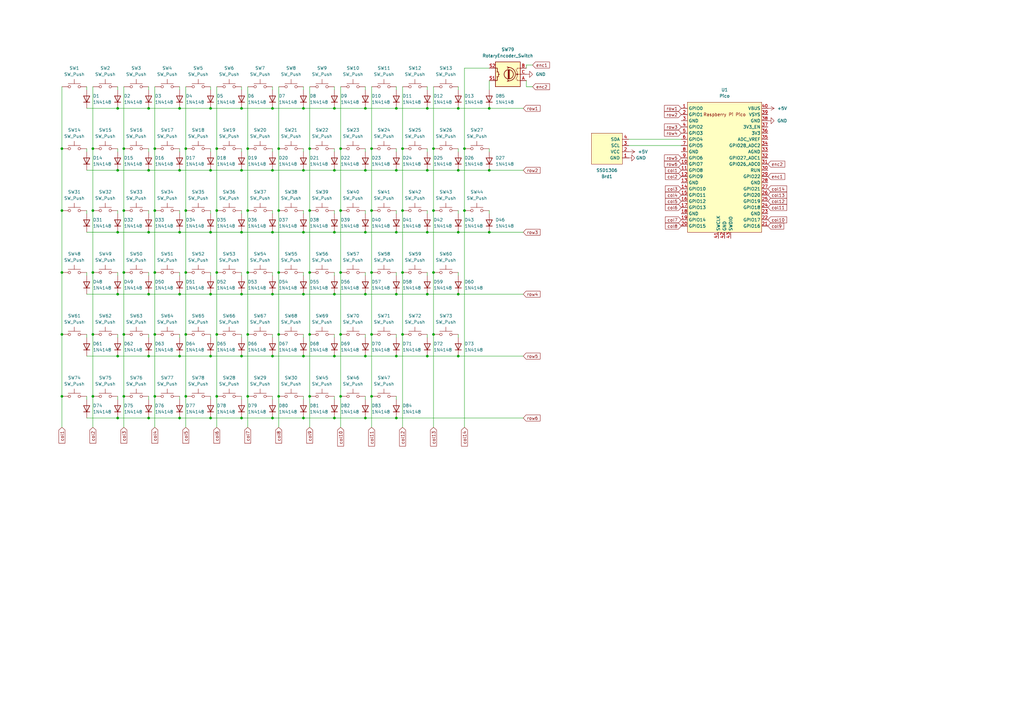
<source format=kicad_sch>
(kicad_sch (version 20231120) (generator "eeschema") (generator_version "8.0")
  (paper "A3")
  (title_block (title "Daamin's HackBoard"))
  (junction (at 76.2 137.16))
  (junction (at 111.76 146.05))
  (junction (at 86.36 171.45))
  (junction (at 99.06 95.25))
  (junction (at 165.1 111.76))
  (junction (at 63.5 111.76))
  (junction (at 124.46 69.85))
  (junction (at 162.56 120.65))
  (junction (at 111.76 95.25))
  (junction (at 114.3 137.16))
  (junction (at 127 137.16))
  (junction (at 25.4 162.56))
  (junction (at 139.7 111.76))
  (junction (at 50.8 162.56))
  (junction (at 124.46 95.25))
  (junction (at 86.36 44.45))
  (junction (at 88.9 111.76))
  (junction (at 25.4 111.76))
  (junction (at 50.8 137.16))
  (junction (at 63.5 162.56))
  (junction (at 88.9 162.56))
  (junction (at 177.8 60.96))
  (junction (at 86.36 146.05))
  (junction (at 114.3 162.56))
  (junction (at 86.36 120.65))
  (junction (at 114.3 86.36))
  (junction (at 99.06 44.45))
  (junction (at 25.4 137.16))
  (junction (at 111.76 120.65))
  (junction (at 60.96 69.85))
  (junction (at 38.1 137.16))
  (junction (at 25.4 60.96))
  (junction (at 60.96 95.25))
  (junction (at 162.56 44.45))
  (junction (at 88.9 86.36))
  (junction (at 76.2 162.56))
  (junction (at 187.96 95.25))
  (junction (at 114.3 111.76))
  (junction (at 152.4 137.16))
  (junction (at 137.16 69.85))
  (junction (at 73.66 44.45))
  (junction (at 149.86 146.05))
  (junction (at 127 162.56))
  (junction (at 76.2 60.96))
  (junction (at 99.06 69.85))
  (junction (at 175.26 69.85))
  (junction (at 48.26 146.05))
  (junction (at 139.7 137.16))
  (junction (at 111.76 69.85))
  (junction (at 200.66 44.45))
  (junction (at 101.6 137.16))
  (junction (at 190.5 60.96))
  (junction (at 137.16 146.05))
  (junction (at 101.6 162.56))
  (junction (at 137.16 171.45))
  (junction (at 177.8 86.36))
  (junction (at 48.26 44.45))
  (junction (at 101.6 60.96))
  (junction (at 38.1 60.96))
  (junction (at 162.56 95.25))
  (junction (at 187.96 44.45))
  (junction (at 111.76 44.45))
  (junction (at 175.26 120.65))
  (junction (at 175.26 44.45))
  (junction (at 73.66 69.85))
  (junction (at 200.66 69.85))
  (junction (at 187.96 146.05))
  (junction (at 187.96 120.65))
  (junction (at 63.5 60.96))
  (junction (at 162.56 69.85))
  (junction (at 139.7 60.96))
  (junction (at 63.5 86.36))
  (junction (at 124.46 120.65))
  (junction (at 200.66 95.25))
  (junction (at 99.06 120.65))
  (junction (at 60.96 171.45))
  (junction (at 73.66 146.05))
  (junction (at 149.86 95.25))
  (junction (at 137.16 95.25))
  (junction (at 50.8 111.76))
  (junction (at 60.96 44.45))
  (junction (at 111.76 171.45))
  (junction (at 25.4 86.36))
  (junction (at 124.46 44.45))
  (junction (at 190.5 86.36))
  (junction (at 162.56 146.05))
  (junction (at 99.06 146.05))
  (junction (at 149.86 120.65))
  (junction (at 165.1 86.36))
  (junction (at 165.1 137.16))
  (junction (at 48.26 69.85))
  (junction (at 152.4 111.76))
  (junction (at 86.36 95.25))
  (junction (at 127 60.96))
  (junction (at 137.16 44.45))
  (junction (at 48.26 120.65))
  (junction (at 139.7 162.56))
  (junction (at 38.1 162.56))
  (junction (at 76.2 86.36))
  (junction (at 149.86 69.85))
  (junction (at 76.2 111.76))
  (junction (at 101.6 111.76))
  (junction (at 73.66 120.65))
  (junction (at 86.36 69.85))
  (junction (at 175.26 146.05))
  (junction (at 149.86 171.45))
  (junction (at 63.5 137.16))
  (junction (at 177.8 111.76))
  (junction (at 149.86 44.45))
  (junction (at 50.8 60.96))
  (junction (at 114.3 60.96))
  (junction (at 124.46 171.45))
  (junction (at 48.26 171.45))
  (junction (at 73.66 171.45))
  (junction (at 152.4 162.56))
  (junction (at 162.56 171.45))
  (junction (at 48.26 95.25))
  (junction (at 60.96 120.65))
  (junction (at 73.66 95.25))
  (junction (at 137.16 120.65))
  (junction (at 99.06 171.45))
  (junction (at 38.1 86.36))
  (junction (at 152.4 86.36))
  (junction (at 124.46 146.05))
  (junction (at 139.7 86.36))
  (junction (at 88.9 137.16))
  (junction (at 50.8 86.36))
  (junction (at 60.96 146.05))
  (junction (at 187.96 69.85))
  (junction (at 101.6 86.36))
  (junction (at 152.4 60.96))
  (junction (at 127 86.36))
  (junction (at 88.9 60.96))
  (junction (at 177.8 137.16))
  (junction (at 38.1 111.76))
  (junction (at 175.26 95.25))
  (junction (at 127 111.76))
  (junction (at 165.1 60.96))
  (wire (pts (xy 86.36 35.56) (xy 86.36 36.83)))
  (wire (pts (xy 177.8 111.76) (xy 177.8 137.16)))
  (wire (pts (xy 187.96 95.25) (xy 200.66 95.25)))
  (wire (pts (xy 86.36 171.45) (xy 99.06 171.45)))
  (wire (pts (xy 60.96 95.25) (xy 73.66 95.25)))
  (wire (pts (xy 48.26 95.25) (xy 60.96 95.25)))
  (wire (pts (xy 137.16 44.45) (xy 149.86 44.45)))
  (wire (pts (xy 187.96 69.85) (xy 200.66 69.85)))
  (wire (pts (xy 139.7 60.96) (xy 139.7 86.36)))
  (wire (pts (xy 86.36 163.83) (xy 86.36 162.56)))
  (wire (pts (xy 38.1 137.16) (xy 38.1 162.56)))
  (wire (pts (xy 127 60.96) (xy 127 86.36)))
  (wire (pts (xy 149.86 146.05) (xy 162.56 146.05)))
  (wire (pts (xy 111.76 35.56) (xy 111.76 36.83)))
  (wire (pts (xy 35.56 44.45) (xy 48.26 44.45)))
  (wire (pts (xy 162.56 146.05) (xy 175.26 146.05)))
  (wire (pts (xy 76.2 162.56) (xy 76.2 175.26)))
  (wire (pts (xy 149.86 60.96) (xy 149.86 62.23)))
  (wire (pts (xy 152.4 86.36) (xy 152.4 111.76)))
  (wire (pts (xy 124.46 69.85) (xy 137.16 69.85)))
  (wire (pts (xy 149.86 95.25) (xy 162.56 95.25)))
  (wire (pts (xy 149.86 138.43) (xy 149.86 137.16)))
  (wire (pts (xy 190.5 60.96) (xy 190.5 27.94)))
  (wire (pts (xy 175.26 113.03) (xy 175.26 111.76)))
  (wire (pts (xy 60.96 138.43) (xy 60.96 137.16)))
  (wire (pts (xy 137.16 35.56) (xy 137.16 36.83)))
  (wire (pts (xy 190.5 27.94) (xy 200.66 27.94)))
  (wire (pts (xy 215.9 35.56) (xy 215.9 33.02)))
  (wire (pts (xy 48.26 60.96) (xy 48.26 62.23)))
  (wire (pts (xy 50.8 137.16) (xy 50.8 162.56)))
  (wire (pts (xy 63.5 162.56) (xy 63.5 175.26)))
  (wire (pts (xy 88.9 162.56) (xy 88.9 175.26)))
  (wire (pts (xy 50.8 35.56) (xy 50.8 60.96)))
  (wire (pts (xy 86.36 120.65) (xy 99.06 120.65)))
  (wire (pts (xy 111.76 171.45) (xy 124.46 171.45)))
  (wire (pts (xy 162.56 60.96) (xy 162.56 62.23)))
  (wire (pts (xy 101.6 162.56) (xy 101.6 175.26)))
  (wire (pts (xy 187.96 113.03) (xy 187.96 111.76)))
  (wire (pts (xy 99.06 95.25) (xy 111.76 95.25)))
  (wire (pts (xy 177.8 35.56) (xy 177.8 60.96)))
  (wire (pts (xy 88.9 60.96) (xy 88.9 86.36)))
  (wire (pts (xy 137.16 171.45) (xy 149.86 171.45)))
  (wire (pts (xy 48.26 146.05) (xy 60.96 146.05)))
  (wire (pts (xy 73.66 120.65) (xy 86.36 120.65)))
  (wire (pts (xy 101.6 111.76) (xy 101.6 137.16)))
  (wire (pts (xy 190.5 60.96) (xy 190.5 86.36)))
  (wire (pts (xy 76.2 111.76) (xy 76.2 137.16)))
  (wire (pts (xy 124.46 44.45) (xy 137.16 44.45)))
  (wire (pts (xy 139.7 137.16) (xy 139.7 162.56)))
  (wire (pts (xy 60.96 171.45) (xy 73.66 171.45)))
  (wire (pts (xy 149.86 35.56) (xy 149.86 36.83)))
  (wire (pts (xy 137.16 120.65) (xy 149.86 120.65)))
  (wire (pts (xy 111.76 163.83) (xy 111.76 162.56)))
  (wire (pts (xy 139.7 111.76) (xy 139.7 137.16)))
  (wire (pts (xy 152.4 137.16) (xy 152.4 162.56)))
  (wire (pts (xy 200.66 44.45) (xy 214.63 44.45)))
  (wire (pts (xy 114.3 162.56) (xy 114.3 175.26)))
  (wire (pts (xy 48.26 35.56) (xy 48.26 36.83)))
  (wire (pts (xy 88.9 137.16) (xy 88.9 162.56)))
  (wire (pts (xy 99.06 87.63) (xy 99.06 86.36)))
  (wire (pts (xy 99.06 138.43) (xy 99.06 137.16)))
  (wire (pts (xy 257.81 57.15) (xy 279.4 57.15)))
  (wire (pts (xy 137.16 138.43) (xy 137.16 137.16)))
  (wire (pts (xy 48.26 120.65) (xy 60.96 120.65)))
  (wire (pts (xy 73.66 35.56) (xy 73.66 36.83)))
  (wire (pts (xy 124.46 60.96) (xy 124.46 62.23)))
  (wire (pts (xy 101.6 86.36) (xy 101.6 111.76)))
  (wire (pts (xy 63.5 35.56) (xy 63.5 60.96)))
  (wire (pts (xy 162.56 35.56) (xy 162.56 36.83)))
  (wire (pts (xy 187.96 35.56) (xy 187.96 36.83)))
  (wire (pts (xy 218.44 26.67) (xy 215.9 26.67)))
  (wire (pts (xy 38.1 111.76) (xy 38.1 137.16)))
  (wire (pts (xy 152.4 35.56) (xy 152.4 60.96)))
  (wire (pts (xy 86.36 69.85) (xy 99.06 69.85)))
  (wire (pts (xy 175.26 146.05) (xy 187.96 146.05)))
  (wire (pts (xy 165.1 60.96) (xy 165.1 86.36)))
  (wire (pts (xy 127 35.56) (xy 127 60.96)))
  (wire (pts (xy 175.26 60.96) (xy 175.26 62.23)))
  (wire (pts (xy 137.16 113.03) (xy 137.16 111.76)))
  (wire (pts (xy 99.06 69.85) (xy 111.76 69.85)))
  (wire (pts (xy 111.76 60.96) (xy 111.76 62.23)))
  (wire (pts (xy 165.1 137.16) (xy 165.1 175.26)))
  (wire (pts (xy 88.9 35.56) (xy 88.9 60.96)))
  (wire (pts (xy 127 162.56) (xy 127 175.26)))
  (wire (pts (xy 48.26 87.63) (xy 48.26 86.36)))
  (wire (pts (xy 35.56 95.25) (xy 48.26 95.25)))
  (wire (pts (xy 137.16 60.96) (xy 137.16 62.23)))
  (wire (pts (xy 175.26 87.63) (xy 175.26 86.36)))
  (wire (pts (xy 187.96 44.45) (xy 200.66 44.45)))
  (wire (pts (xy 111.76 95.25) (xy 124.46 95.25)))
  (wire (pts (xy 114.3 86.36) (xy 114.3 111.76)))
  (wire (pts (xy 111.76 146.05) (xy 124.46 146.05)))
  (wire (pts (xy 175.26 138.43) (xy 175.26 137.16)))
  (wire (pts (xy 162.56 120.65) (xy 175.26 120.65)))
  (wire (pts (xy 149.86 171.45) (xy 162.56 171.45)))
  (wire (pts (xy 63.5 111.76) (xy 63.5 137.16)))
  (wire (pts (xy 35.56 69.85) (xy 48.26 69.85)))
  (wire (pts (xy 177.8 137.16) (xy 177.8 175.26)))
  (wire (pts (xy 200.66 33.02) (xy 200.66 36.83)))
  (wire (pts (xy 60.96 120.65) (xy 73.66 120.65)))
  (wire (pts (xy 60.96 60.96) (xy 60.96 62.23)))
  (wire (pts (xy 76.2 86.36) (xy 76.2 111.76)))
  (wire (pts (xy 73.66 138.43) (xy 73.66 137.16)))
  (wire (pts (xy 137.16 146.05) (xy 149.86 146.05)))
  (wire (pts (xy 86.36 95.25) (xy 99.06 95.25)))
  (wire (pts (xy 162.56 69.85) (xy 175.26 69.85)))
  (wire (pts (xy 111.76 87.63) (xy 111.76 86.36)))
  (wire (pts (xy 73.66 95.25) (xy 86.36 95.25)))
  (wire (pts (xy 60.96 113.03) (xy 60.96 111.76)))
  (wire (pts (xy 35.56 87.63) (xy 35.56 86.36)))
  (wire (pts (xy 177.8 60.96) (xy 177.8 86.36)))
  (wire (pts (xy 73.66 171.45) (xy 86.36 171.45)))
  (wire (pts (xy 99.06 120.65) (xy 111.76 120.65)))
  (wire (pts (xy 162.56 87.63) (xy 162.56 86.36)))
  (wire (pts (xy 162.56 171.45) (xy 214.63 171.45)))
  (wire (pts (xy 124.46 163.83) (xy 124.46 162.56)))
  (wire (pts (xy 101.6 60.96) (xy 101.6 86.36)))
  (wire (pts (xy 35.56 171.45) (xy 48.26 171.45)))
  (wire (pts (xy 177.8 86.36) (xy 177.8 111.76)))
  (wire (pts (xy 25.4 111.76) (xy 25.4 137.16)))
  (wire (pts (xy 137.16 87.63) (xy 137.16 86.36)))
  (wire (pts (xy 73.66 44.45) (xy 86.36 44.45)))
  (wire (pts (xy 48.26 138.43) (xy 48.26 137.16)))
  (wire (pts (xy 63.5 86.36) (xy 63.5 111.76)))
  (wire (pts (xy 114.3 111.76) (xy 114.3 137.16)))
  (wire (pts (xy 63.5 137.16) (xy 63.5 162.56)))
  (wire (pts (xy 149.86 44.45) (xy 162.56 44.45)))
  (wire (pts (xy 73.66 69.85) (xy 86.36 69.85)))
  (wire (pts (xy 175.26 95.25) (xy 187.96 95.25)))
  (wire (pts (xy 124.46 113.03) (xy 124.46 111.76)))
  (wire (pts (xy 73.66 113.03) (xy 73.66 111.76)))
  (wire (pts (xy 127 137.16) (xy 127 162.56)))
  (wire (pts (xy 86.36 60.96) (xy 86.36 62.23)))
  (wire (pts (xy 60.96 35.56) (xy 60.96 36.83)))
  (wire (pts (xy 137.16 163.83) (xy 137.16 162.56)))
  (wire (pts (xy 127 86.36) (xy 127 111.76)))
  (wire (pts (xy 99.06 113.03) (xy 99.06 111.76)))
  (wire (pts (xy 73.66 87.63) (xy 73.66 86.36)))
  (wire (pts (xy 111.76 120.65) (xy 124.46 120.65)))
  (wire (pts (xy 187.96 138.43) (xy 187.96 137.16)))
  (wire (pts (xy 88.9 111.76) (xy 88.9 137.16)))
  (wire (pts (xy 48.26 171.45) (xy 60.96 171.45)))
  (wire (pts (xy 25.4 137.16) (xy 25.4 162.56)))
  (wire (pts (xy 200.66 69.85) (xy 214.63 69.85)))
  (wire (pts (xy 25.4 35.56) (xy 25.4 60.96)))
  (wire (pts (xy 149.86 113.03) (xy 149.86 111.76)))
  (wire (pts (xy 124.46 35.56) (xy 124.46 36.83)))
  (wire (pts (xy 111.76 69.85) (xy 124.46 69.85)))
  (wire (pts (xy 99.06 163.83) (xy 99.06 162.56)))
  (wire (pts (xy 114.3 137.16) (xy 114.3 162.56)))
  (wire (pts (xy 152.4 60.96) (xy 152.4 86.36)))
  (wire (pts (xy 86.36 44.45) (xy 99.06 44.45)))
  (wire (pts (xy 162.56 95.25) (xy 175.26 95.25)))
  (wire (pts (xy 86.36 113.03) (xy 86.36 111.76)))
  (wire (pts (xy 86.36 138.43) (xy 86.36 137.16)))
  (wire (pts (xy 114.3 35.56) (xy 114.3 60.96)))
  (wire (pts (xy 127 111.76) (xy 127 137.16)))
  (wire (pts (xy 38.1 60.96) (xy 38.1 86.36)))
  (wire (pts (xy 187.96 146.05) (xy 214.63 146.05)))
  (wire (pts (xy 124.46 87.63) (xy 124.46 86.36)))
  (wire (pts (xy 38.1 86.36) (xy 38.1 111.76)))
  (wire (pts (xy 139.7 86.36) (xy 139.7 111.76)))
  (wire (pts (xy 35.56 163.83) (xy 35.56 162.56)))
  (wire (pts (xy 124.46 171.45) (xy 137.16 171.45)))
  (wire (pts (xy 200.66 86.36) (xy 200.66 87.63)))
  (wire (pts (xy 35.56 138.43) (xy 35.56 137.16)))
  (wire (pts (xy 60.96 146.05) (xy 73.66 146.05)))
  (wire (pts (xy 215.9 26.67) (xy 215.9 27.94)))
  (wire (pts (xy 38.1 35.56) (xy 38.1 60.96)))
  (wire (pts (xy 50.8 162.56) (xy 50.8 175.26)))
  (wire (pts (xy 99.06 171.45) (xy 111.76 171.45)))
  (wire (pts (xy 149.86 69.85) (xy 162.56 69.85)))
  (wire (pts (xy 124.46 138.43) (xy 124.46 137.16)))
  (wire (pts (xy 187.96 60.96) (xy 187.96 62.23)))
  (wire (pts (xy 63.5 60.96) (xy 63.5 86.36)))
  (wire (pts (xy 111.76 138.43) (xy 111.76 137.16)))
  (wire (pts (xy 200.66 95.25) (xy 214.63 95.25)))
  (wire (pts (xy 111.76 44.45) (xy 124.46 44.45)))
  (wire (pts (xy 124.46 146.05) (xy 137.16 146.05)))
  (wire (pts (xy 149.86 163.83) (xy 149.86 162.56)))
  (wire (pts (xy 25.4 162.56) (xy 25.4 175.26)))
  (wire (pts (xy 149.86 87.63) (xy 149.86 86.36)))
  (wire (pts (xy 99.06 60.96) (xy 99.06 62.23)))
  (wire (pts (xy 35.56 35.56) (xy 35.56 36.83)))
  (wire (pts (xy 162.56 163.83) (xy 162.56 162.56)))
  (wire (pts (xy 48.26 44.45) (xy 60.96 44.45)))
  (wire (pts (xy 162.56 113.03) (xy 162.56 111.76)))
  (wire (pts (xy 175.26 35.56) (xy 175.26 36.83)))
  (wire (pts (xy 86.36 146.05) (xy 99.06 146.05)))
  (wire (pts (xy 50.8 86.36) (xy 50.8 111.76)))
  (wire (pts (xy 101.6 35.56) (xy 101.6 60.96)))
  (wire (pts (xy 48.26 113.03) (xy 48.26 111.76)))
  (wire (pts (xy 60.96 163.83) (xy 60.96 162.56)))
  (wire (pts (xy 165.1 35.56) (xy 165.1 60.96)))
  (wire (pts (xy 99.06 35.56) (xy 99.06 36.83)))
  (wire (pts (xy 152.4 111.76) (xy 152.4 137.16)))
  (wire (pts (xy 73.66 163.83) (xy 73.66 162.56)))
  (wire (pts (xy 200.66 60.96) (xy 200.66 62.23)))
  (wire (pts (xy 162.56 44.45) (xy 175.26 44.45)))
  (wire (pts (xy 60.96 44.45) (xy 73.66 44.45)))
  (wire (pts (xy 35.56 120.65) (xy 48.26 120.65)))
  (wire (pts (xy 149.86 120.65) (xy 162.56 120.65)))
  (wire (pts (xy 35.56 60.96) (xy 35.56 62.23)))
  (wire (pts (xy 25.4 86.36) (xy 25.4 111.76)))
  (wire (pts (xy 114.3 60.96) (xy 114.3 86.36)))
  (wire (pts (xy 162.56 138.43) (xy 162.56 137.16)))
  (wire (pts (xy 38.1 162.56) (xy 38.1 175.26)))
  (wire (pts (xy 99.06 146.05) (xy 111.76 146.05)))
  (wire (pts (xy 124.46 95.25) (xy 137.16 95.25)))
  (wire (pts (xy 35.56 113.03) (xy 35.56 111.76)))
  (wire (pts (xy 88.9 86.36) (xy 88.9 111.76)))
  (wire (pts (xy 175.26 120.65) (xy 187.96 120.65)))
  (wire (pts (xy 73.66 146.05) (xy 86.36 146.05)))
  (wire (pts (xy 60.96 69.85) (xy 73.66 69.85)))
  (wire (pts (xy 48.26 69.85) (xy 60.96 69.85)))
  (wire (pts (xy 137.16 69.85) (xy 149.86 69.85)))
  (wire (pts (xy 86.36 87.63) (xy 86.36 86.36)))
  (wire (pts (xy 25.4 60.96) (xy 25.4 86.36)))
  (wire (pts (xy 76.2 137.16) (xy 76.2 162.56)))
  (wire (pts (xy 101.6 137.16) (xy 101.6 162.56)))
  (wire (pts (xy 175.26 69.85) (xy 187.96 69.85)))
  (wire (pts (xy 165.1 111.76) (xy 165.1 137.16)))
  (wire (pts (xy 99.06 44.45) (xy 111.76 44.45)))
  (wire (pts (xy 139.7 162.56) (xy 139.7 175.26)))
  (wire (pts (xy 35.56 146.05) (xy 48.26 146.05)))
  (wire (pts (xy 50.8 60.96) (xy 50.8 86.36)))
  (wire (pts (xy 73.66 60.96) (xy 73.66 62.23)))
  (wire (pts (xy 152.4 162.56) (xy 152.4 175.26)))
  (wire (pts (xy 48.26 163.83) (xy 48.26 162.56)))
  (wire (pts (xy 187.96 120.65) (xy 214.63 120.65)))
  (wire (pts (xy 50.8 111.76) (xy 50.8 137.16)))
  (wire (pts (xy 111.76 113.03) (xy 111.76 111.76)))
  (wire (pts (xy 60.96 87.63) (xy 60.96 86.36)))
  (wire (pts (xy 175.26 44.45) (xy 187.96 44.45)))
  (wire (pts (xy 76.2 35.56) (xy 76.2 60.96)))
  (wire (pts (xy 124.46 120.65) (xy 137.16 120.65)))
  (wire (pts (xy 76.2 60.96) (xy 76.2 86.36)))
  (wire (pts (xy 257.81 59.69) (xy 279.4 59.69)))
  (wire (pts (xy 165.1 86.36) (xy 165.1 111.76)))
  (wire (pts (xy 137.16 95.25) (xy 149.86 95.25)))
  (wire (pts (xy 187.96 87.63) (xy 187.96 86.36)))
  (wire (pts (xy 218.44 35.56) (xy 215.9 35.56)))
  (wire (pts (xy 190.5 86.36) (xy 190.5 175.26)))
  (wire (pts (xy 139.7 35.56) (xy 139.7 60.96)))
  (global_label "col3" (shape input) (at 50.8 175.26 270) (property "Intersheetrefs" "${INTERSHEET_REFS}" (effects (hide yes))))
  (global_label "col13" (shape input) (at 177.8 175.26 270) (property "Intersheetrefs" "${INTERSHEET_REFS}" (effects (hide yes))))
  (global_label "col11" (shape input) (at 152.4 175.26 270) (property "Intersheetrefs" "${INTERSHEET_REFS}" (effects (hide yes))))
  (global_label "row6" (shape input) (at 279.4 67.31 180) (property "Intersheetrefs" "${INTERSHEET_REFS}" (effects (hide yes))))
  (global_label "row4" (shape input) (at 279.4 54.61 180) (property "Intersheetrefs" "${INTERSHEET_REFS}" (effects (hide yes))))
  (global_label "col4" (shape input) (at 63.5 175.26 270) (property "Intersheetrefs" "${INTERSHEET_REFS}" (effects (hide yes))))
  (global_label "row2" (shape input) (at 279.4 46.99 180) (property "Intersheetrefs" "${INTERSHEET_REFS}" (effects (hide yes))))
  (global_label "enc2" (shape input) (at 314.96 67.31 0) (property "Intersheetrefs" "${INTERSHEET_REFS}" (effects (hide yes))))
  (global_label "col3" (shape input) (at 279.4 77.47 180) (property "Intersheetrefs" "${INTERSHEET_REFS}" (effects (hide yes))))
  (global_label "enc1" (shape input) (at 314.96 72.39 0) (property "Intersheetrefs" "${INTERSHEET_REFS}" (effects (hide yes))))
  (global_label "row6" (shape input) (at 214.63 171.45 0) (property "Intersheetrefs" "${INTERSHEET_REFS}" (effects (hide yes))))
  (global_label "col6" (shape input) (at 88.9 175.26 270) (property "Intersheetrefs" "${INTERSHEET_REFS}" (effects (hide yes))))
  (global_label "row2" (shape input) (at 214.63 69.85 0) (property "Intersheetrefs" "${INTERSHEET_REFS}" (effects (hide yes))))
  (global_label "row4" (shape input) (at 214.63 120.65 0) (property "Intersheetrefs" "${INTERSHEET_REFS}" (effects (hide yes))))
  (global_label "col8" (shape input) (at 114.3 175.26 270) (property "Intersheetrefs" "${INTERSHEET_REFS}" (effects (hide yes))))
  (global_label "col14" (shape input) (at 314.96 77.47 0) (property "Intersheetrefs" "${INTERSHEET_REFS}" (effects (hide yes))))
  (global_label "col7" (shape input) (at 101.6 175.26 270) (property "Intersheetrefs" "${INTERSHEET_REFS}" (effects (hide yes))))
  (global_label "col9" (shape input) (at 314.96 92.71 0) (property "Intersheetrefs" "${INTERSHEET_REFS}" (effects (hide yes))))
  (global_label "col5" (shape input) (at 279.4 82.55 180) (property "Intersheetrefs" "${INTERSHEET_REFS}" (effects (hide yes))))
  (global_label "row5" (shape input) (at 214.63 146.05 0) (property "Intersheetrefs" "${INTERSHEET_REFS}" (effects (hide yes))))
  (global_label "row1" (shape input) (at 214.63 44.45 0) (property "Intersheetrefs" "${INTERSHEET_REFS}" (effects (hide yes))))
  (global_label "col14" (shape input) (at 190.5 175.26 270) (property "Intersheetrefs" "${INTERSHEET_REFS}" (effects (hide yes))))
  (global_label "col8" (shape input) (at 279.4 92.71 180) (property "Intersheetrefs" "${INTERSHEET_REFS}" (effects (hide yes))))
  (global_label "col12" (shape input) (at 314.96 82.55 0) (property "Intersheetrefs" "${INTERSHEET_REFS}" (effects (hide yes))))
  (global_label "row1" (shape input) (at 279.4 44.45 180) (property "Intersheetrefs" "${INTERSHEET_REFS}" (effects (hide yes))))
  (global_label "enc1" (shape input) (at 218.44 26.67 0) (property "Intersheetrefs" "${INTERSHEET_REFS}" (effects (hide yes))))
  (global_label "col12" (shape input) (at 165.1 175.26 270) (property "Intersheetrefs" "${INTERSHEET_REFS}" (effects (hide yes))))
  (global_label "row5" (shape input) (at 279.4 64.77 180) (property "Intersheetrefs" "${INTERSHEET_REFS}" (effects (hide yes))))
  (global_label "col6" (shape input) (at 279.4 85.09 180) (property "Intersheetrefs" "${INTERSHEET_REFS}" (effects (hide yes))))
  (global_label "col2" (shape input) (at 38.1 175.26 270) (property "Intersheetrefs" "${INTERSHEET_REFS}" (effects (hide yes))))
  (global_label "row3" (shape input) (at 279.4 52.07 180) (property "Intersheetrefs" "${INTERSHEET_REFS}" (effects (hide yes))))
  (global_label "col13" (shape input) (at 314.96 80.01 0) (property "Intersheetrefs" "${INTERSHEET_REFS}" (effects (hide yes))))
  (global_label "col9" (shape input) (at 127 175.26 270) (property "Intersheetrefs" "${INTERSHEET_REFS}" (effects (hide yes))))
  (global_label "col10" (shape input) (at 314.96 90.17 0) (property "Intersheetrefs" "${INTERSHEET_REFS}" (effects (hide yes))))
  (global_label "col11" (shape input) (at 314.96 85.09 0) (property "Intersheetrefs" "${INTERSHEET_REFS}" (effects (hide yes))))
  (global_label "row3" (shape input) (at 214.63 95.25 0) (property "Intersheetrefs" "${INTERSHEET_REFS}" (effects (hide yes))))
  (global_label "col1" (shape input) (at 25.4 175.26 270) (property "Intersheetrefs" "${INTERSHEET_REFS}" (effects (hide yes))))
  (global_label "enc2" (shape input) (at 218.44 35.56 0) (property "Intersheetrefs" "${INTERSHEET_REFS}" (effects (hide yes))))
  (global_label "col5" (shape input) (at 76.2 175.26 270) (property "Intersheetrefs" "${INTERSHEET_REFS}" (effects (hide yes))))
  (global_label "col4" (shape input) (at 279.4 80.01 180) (property "Intersheetrefs" "${INTERSHEET_REFS}" (effects (hide yes))))
  (global_label "col10" (shape input) (at 139.7 175.26 270) (property "Intersheetrefs" "${INTERSHEET_REFS}" (effects (hide yes))))
  (global_label "col1" (shape input) (at 279.4 69.85 180) (property "Intersheetrefs" "${INTERSHEET_REFS}" (effects (hide yes))))
  (global_label "col2" (shape input) (at 279.4 72.39 180) (property "Intersheetrefs" "${INTERSHEET_REFS}" (effects (hide yes))))
  (global_label "col7" (shape input) (at 279.4 90.17 180) (property "Intersheetrefs" "${INTERSHEET_REFS}" (effects (hide yes))))
  (symbol (lib_id "Switch:SW_Push") (at 68.58 35.56 0) (unit 1)
    (property "Reference" "SW4" (at 68.58 27.94 0))
    (property "Value" "SW_Push" (at 68.58 30.48 0))
    (property "Footprint" "Button_Switch_Keyboard:SW_Cherry_MX_1.00u_PCB" (effects (hide yes)))
    (property "Description" "Push button switch, generic, two pins" (effects (hide yes)))
  )
  (symbol (lib_id "Switch:SW_Push") (at 157.48 111.76 0) (unit 1)
    (property "Reference" "SW58" (at 157.48 104.14 0))
    (property "Value" "SW_Push" (at 157.48 106.68 0))
    (property "Footprint" "Button_Switch_Keyboard:SW_Cherry_MX_1.00u_PCB" (effects (hide yes)))
    (property "Description" "Push button switch, generic, two pins" (effects (hide yes)))
  )
  (symbol (lib_id "Diode:1N4148") (at 149.86 142.24 90) (unit 1)
    (property "Reference" "D70" (at 152.4 140.9699 90) (effects (justify right)))
    (property "Value" "1N4148" (at 152.4 143.5099 90) (effects (justify right)))
    (property "Footprint" "Diode_THT:D_DO-35_SOD27_P7.62mm_Horizontal" (effects (hide yes)))
    (property "Datasheet" "https://assets.nexperia.com/documents/data-sheet/1N4148_1N4448.pdf" (effects (hide yes)))
    (property "Description" "100V 0.15A standard switching diode, DO-35" (effects (hide yes)))
    (property "Sim.Device" "D" (effects (hide yes)))
    (property "Sim.Pins" "1=K 2=A" (effects (hide yes)))
  )
  (symbol (lib_id "Diode:1N4148") (at 48.26 66.04 90) (unit 1)
    (property "Reference" "D15" (at 50.8 64.7699 90) (effects (justify right)))
    (property "Value" "1N4148" (at 50.8 67.3099 90) (effects (justify right)))
    (property "Footprint" "Diode_THT:D_DO-35_SOD27_P7.62mm_Horizontal" (effects (hide yes)))
    (property "Datasheet" "https://assets.nexperia.com/documents/data-sheet/1N4148_1N4448.pdf" (effects (hide yes)))
    (property "Description" "100V 0.15A standard switching diode, DO-35" (effects (hide yes)))
    (property "Sim.Device" "D" (effects (hide yes)))
    (property "Sim.Pins" "1=K 2=A" (effects (hide yes)))
  )
  (symbol (lib_id "Diode:1N4148") (at 175.26 91.44 90) (unit 1)
    (property "Reference" "D42" (at 177.8 90.1699 90) (effects (justify right)))
    (property "Value" "1N4148" (at 177.8 92.7099 90) (effects (justify right)))
    (property "Footprint" "Diode_THT:D_DO-35_SOD27_P7.62mm_Horizontal" (effects (hide yes)))
    (property "Datasheet" "https://assets.nexperia.com/documents/data-sheet/1N4148_1N4448.pdf" (effects (hide yes)))
    (property "Description" "100V 0.15A standard switching diode, DO-35" (effects (hide yes)))
    (property "Sim.Device" "D" (effects (hide yes)))
    (property "Sim.Pins" "1=K 2=A" (effects (hide yes)))
  )
  (symbol (lib_id "Diode:1N4148") (at 48.26 142.24 90) (unit 1)
    (property "Reference" "D62" (at 50.8 140.9699 90) (effects (justify right)))
    (property "Value" "1N4148" (at 50.8 143.5099 90) (effects (justify right)))
    (property "Footprint" "Diode_THT:D_DO-35_SOD27_P7.62mm_Horizontal" (effects (hide yes)))
    (property "Datasheet" "https://assets.nexperia.com/documents/data-sheet/1N4148_1N4448.pdf" (effects (hide yes)))
    (property "Description" "100V 0.15A standard switching diode, DO-35" (effects (hide yes)))
    (property "Sim.Device" "D" (effects (hide yes)))
    (property "Sim.Pins" "1=K 2=A" (effects (hide yes)))
  )
  (symbol (lib_id "Diode:1N4148") (at 175.26 66.04 90) (unit 1)
    (property "Reference" "D25" (at 177.8 64.7699 90) (effects (justify right)))
    (property "Value" "1N4148" (at 177.8 67.3099 90) (effects (justify right)))
    (property "Footprint" "Diode_THT:D_DO-35_SOD27_P7.62mm_Horizontal" (effects (hide yes)))
    (property "Datasheet" "https://assets.nexperia.com/documents/data-sheet/1N4148_1N4448.pdf" (effects (hide yes)))
    (property "Description" "100V 0.15A standard switching diode, DO-35" (effects (hide yes)))
    (property "Sim.Device" "D" (effects (hide yes)))
    (property "Sim.Pins" "1=K 2=A" (effects (hide yes)))
  )
  (symbol (lib_id "Switch:SW_Push") (at 182.88 35.56 0) (unit 1)
    (property "Reference" "SW13" (at 182.88 27.94 0))
    (property "Value" "SW_Push" (at 182.88 30.48 0))
    (property "Footprint" "Button_Switch_Keyboard:SW_Cherry_MX_1.00u_PCB" (effects (hide yes)))
    (property "Description" "Push button switch, generic, two pins" (effects (hide yes)))
  )
  (symbol (lib_id "Switch:SW_Push") (at 81.28 111.76 0) (unit 1)
    (property "Reference" "SW52" (at 81.28 104.14 0))
    (property "Value" "SW_Push" (at 81.28 106.68 0))
    (property "Footprint" "Button_Switch_Keyboard:SW_Cherry_MX_1.00u_PCB" (effects (hide yes)))
    (property "Description" "Push button switch, generic, two pins" (effects (hide yes)))
  )
  (symbol (lib_id "Switch:SW_Push") (at 157.48 86.36 0) (unit 1)
    (property "Reference" "SW41" (at 157.48 78.74 0))
    (property "Value" "SW_Push" (at 157.48 81.28 0))
    (property "Footprint" "Button_Switch_Keyboard:SW_Cherry_MX_1.00u_PCB" (effects (hide yes)))
    (property "Description" "Push button switch, generic, two pins" (effects (hide yes)))
  )
  (symbol (lib_id "Diode:1N4148") (at 149.86 116.84 90) (unit 1)
    (property "Reference" "D57" (at 152.4 115.5699 90) (effects (justify right)))
    (property "Value" "1N4148" (at 152.4 118.1099 90) (effects (justify right)))
    (property "Footprint" "Diode_THT:D_DO-35_SOD27_P7.62mm_Horizontal" (effects (hide yes)))
    (property "Datasheet" "https://assets.nexperia.com/documents/data-sheet/1N4148_1N4448.pdf" (effects (hide yes)))
    (property "Description" "100V 0.15A standard switching diode, DO-35" (effects (hide yes)))
    (property "Sim.Device" "D" (effects (hide yes)))
    (property "Sim.Pins" "1=K 2=A" (effects (hide yes)))
  )
  (symbol (lib_id "Diode:1N4148") (at 162.56 116.84 90) (unit 1)
    (property "Reference" "D58" (at 165.1 115.5699 90) (effects (justify right)))
    (property "Value" "1N4148" (at 165.1 118.1099 90) (effects (justify right)))
    (property "Footprint" "Diode_THT:D_DO-35_SOD27_P7.62mm_Horizontal" (effects (hide yes)))
    (property "Datasheet" "https://assets.nexperia.com/documents/data-sheet/1N4148_1N4448.pdf" (effects (hide yes)))
    (property "Description" "100V 0.15A standard switching diode, DO-35" (effects (hide yes)))
    (property "Sim.Device" "D" (effects (hide yes)))
    (property "Sim.Pins" "1=K 2=A" (effects (hide yes)))
  )
  (symbol (lib_id "Switch:SW_Push") (at 81.28 86.36 0) (unit 1)
    (property "Reference" "SW35" (at 81.28 78.74 0))
    (property "Value" "SW_Push" (at 81.28 81.28 0))
    (property "Footprint" "Button_Switch_Keyboard:SW_Cherry_MX_1.00u_PCB" (effects (hide yes)))
    (property "Description" "Push button switch, generic, two pins" (effects (hide yes)))
  )
  (symbol (lib_id "Switch:SW_Push") (at 30.48 162.56 0) (unit 1)
    (property "Reference" "SW74" (at 30.48 154.94 0))
    (property "Value" "SW_Push" (at 30.48 157.48 0))
    (property "Footprint" "Button_Switch_Keyboard:SW_Cherry_MX_1.25u_PCB" (effects (hide yes)))
    (property "Description" "Push button switch, generic, two pins" (effects (hide yes)))
  )
  (symbol (lib_id "Switch:SW_Push") (at 30.48 86.36 0) (unit 1)
    (property "Reference" "SW31" (at 30.48 78.74 0))
    (property "Value" "SW_Push" (at 30.48 81.28 0))
    (property "Footprint" "Button_Switch_Keyboard:SW_Cherry_MX_1.50u_PCB" (effects (hide yes)))
    (property "Description" "Push button switch, generic, two pins" (effects (hide yes)))
  )
  (symbol (lib_id "Switch:SW_Push") (at 43.18 137.16 0) (unit 1)
    (property "Reference" "SW62" (at 43.18 129.54 0))
    (property "Value" "SW_Push" (at 43.18 132.08 0))
    (property "Footprint" "Button_Switch_Keyboard:SW_Cherry_MX_1.00u_PCB" (effects (hide yes)))
    (property "Description" "Push button switch, generic, two pins" (effects (hide yes)))
  )
  (symbol (lib_id "Switch:SW_Push") (at 106.68 86.36 0) (unit 1)
    (property "Reference" "SW37" (at 106.68 78.74 0))
    (property "Value" "SW_Push" (at 106.68 81.28 0))
    (property "Footprint" "Button_Switch_Keyboard:SW_Cherry_MX_1.00u_PCB" (effects (hide yes)))
    (property "Description" "Push button switch, generic, two pins" (effects (hide yes)))
  )
  (symbol (lib_id "Switch:SW_Push") (at 119.38 137.16 0) (unit 1)
    (property "Reference" "SW68" (at 119.38 129.54 0))
    (property "Value" "SW_Push" (at 119.38 132.08 0))
    (property "Footprint" "Button_Switch_Keyboard:SW_Cherry_MX_1.00u_PCB" (effects (hide yes)))
    (property "Description" "Push button switch, generic, two pins" (effects (hide yes)))
  )
  (symbol (lib_id "Diode:1N4148") (at 86.36 40.64 90) (unit 1)
    (property "Reference" "D5" (at 88.9 39.3699 90) (effects (justify right)))
    (property "Value" "1N4148" (at 88.9 41.9099 90) (effects (justify right)))
    (property "Footprint" "Diode_THT:D_DO-35_SOD27_P7.62mm_Horizontal" (effects (hide yes)))
    (property "Datasheet" "https://assets.nexperia.com/documents/data-sheet/1N4148_1N4448.pdf" (effects (hide yes)))
    (property "Description" "100V 0.15A standard switching diode, DO-35" (effects (hide yes)))
    (property "Sim.Device" "D" (effects (hide yes)))
    (property "Sim.Pins" "1=K 2=A" (effects (hide yes)))
  )
  (symbol (lib_id "Switch:SW_Push") (at 68.58 111.76 0) (unit 1)
    (property "Reference" "SW51" (at 68.58 104.14 0))
    (property "Value" "SW_Push" (at 68.58 106.68 0))
    (property "Footprint" "Button_Switch_Keyboard:SW_Cherry_MX_1.00u_PCB" (effects (hide yes)))
    (property "Description" "Push button switch, generic, two pins" (effects (hide yes)))
  )
  (symbol (lib_id "Switch:SW_Push") (at 55.88 60.96 0) (unit 1)
    (property "Reference" "SW16" (at 55.88 53.34 0))
    (property "Value" "SW_Push" (at 55.88 55.88 0))
    (property "Footprint" "Button_Switch_Keyboard:SW_Cherry_MX_1.00u_PCB" (effects (hide yes)))
    (property "Description" "Push button switch, generic, two pins" (effects (hide yes)))
  )
  (symbol (lib_id "Switch:SW_Push") (at 119.38 86.36 0) (unit 1)
    (property "Reference" "SW38" (at 119.38 78.74 0))
    (property "Value" "SW_Push" (at 119.38 81.28 0))
    (property "Footprint" "Button_Switch_Keyboard:SW_Cherry_MX_1.00u_PCB" (effects (hide yes)))
    (property "Description" "Push button switch, generic, two pins" (effects (hide yes)))
  )
  (symbol (lib_id "Switch:SW_Push") (at 132.08 162.56 0) (unit 1)
    (property "Reference" "SW45" (at 132.08 154.94 0))
    (property "Value" "SW_Push" (at 132.08 157.48 0))
    (property "Footprint" "Button_Switch_Keyboard:SW_Cherry_MX_1.00u_PCB" (effects (hide yes)))
    (property "Description" "Push button switch, generic, two pins" (effects (hide yes)))
  )
  (symbol (lib_id "power:GND") (at 257.81 64.77 90) (unit 1)
    (property "Reference" "#PWR02" (effects (hide yes)))
    (property "Value" "GND" (at 262.89 64.77 90))
    (property "Description" "Power symbol creates a global label with name \"GND\" , ground" (effects (hide yes)))
  )
  (symbol (lib_id "power:+5V") (at 314.96 44.45 270) (unit 1)
    (property "Reference" "#PWR03" (effects (hide yes)))
    (property "Value" "+5V" (at 318.77 44.4499 90) (effects (justify left)))
    (property "Description" "Power symbol creates a global label with name \"+5V\"" (effects (hide yes)))
  )
  (symbol (lib_id "power:+5V") (at 257.81 62.23 270) (unit 1)
    (property "Reference" "#PWR01" (effects (hide yes)))
    (property "Value" "+5V" (at 261.62 62.23 90) (effects (justify left)))
    (property "Description" "Power symbol creates a global label with name \"+5V\"" (effects (hide yes)))
  )
  (symbol (lib_id "Switch:SW_Push") (at 119.38 60.96 0) (unit 1)
    (property "Reference" "SW21" (at 119.38 53.34 0))
    (property "Value" "SW_Push" (at 119.38 55.88 0))
    (property "Footprint" "Button_Switch_Keyboard:SW_Cherry_MX_1.00u_PCB" (effects (hide yes)))
    (property "Description" "Push button switch, generic, two pins" (effects (hide yes)))
  )
  (symbol (lib_id "Diode:1N4148") (at 60.96 66.04 90) (unit 1)
    (property "Reference" "D16" (at 63.5 64.7699 90) (effects (justify right)))
    (property "Value" "1N4148" (at 63.5 67.3099 90) (effects (justify right)))
    (property "Footprint" "Diode_THT:D_DO-35_SOD27_P7.62mm_Horizontal" (effects (hide yes)))
    (property "Datasheet" "https://assets.nexperia.com/documents/data-sheet/1N4148_1N4448.pdf" (effects (hide yes)))
    (property "Description" "100V 0.15A standard switching diode, DO-35" (effects (hide yes)))
    (property "Sim.Device" "D" (effects (hide yes)))
    (property "Sim.Pins" "1=K 2=A" (effects (hide yes)))
  )
  (symbol (lib_id "Diode:1N4148") (at 162.56 91.44 90) (unit 1)
    (property "Reference" "D41" (at 165.1 90.1699 90) (effects (justify right)))
    (property "Value" "1N4148" (at 165.1 92.7099 90) (effects (justify right)))
    (property "Footprint" "Diode_THT:D_DO-35_SOD27_P7.62mm_Horizontal" (effects (hide yes)))
    (property "Datasheet" "https://assets.nexperia.com/documents/data-sheet/1N4148_1N4448.pdf" (effects (hide yes)))
    (property "Description" "100V 0.15A standard switching diode, DO-35" (effects (hide yes)))
    (property "Sim.Device" "D" (effects (hide yes)))
    (property "Sim.Pins" "1=K 2=A" (effects (hide yes)))
  )
  (symbol (lib_id "Switch:SW_Push") (at 157.48 162.56 0) (unit 1)
    (property "Reference" "SW47" (at 157.48 154.94 0))
    (property "Value" "SW_Push" (at 157.48 157.48 0))
    (property "Footprint" "Button_Switch_Keyboard:SW_Cherry_MX_1.00u_PCB" (effects (hide yes)))
    (property "Description" "Push button switch, generic, two pins" (effects (hide yes)))
  )
  (symbol (lib_id "Switch:SW_Push") (at 144.78 111.76 0) (unit 1)
    (property "Reference" "SW57" (at 144.78 104.14 0))
    (property "Value" "SW_Push" (at 144.78 106.68 0))
    (property "Footprint" "Button_Switch_Keyboard:SW_Cherry_MX_1.00u_PCB" (effects (hide yes)))
    (property "Description" "Push button switch, generic, two pins" (effects (hide yes)))
  )
  (symbol (lib_id "Diode:1N4148") (at 111.76 167.64 90) (unit 1)
    (property "Reference" "D80" (at 114.3 166.3699 90) (effects (justify right)))
    (property "Value" "1N4148" (at 114.3 168.9099 90) (effects (justify right)))
    (property "Footprint" "Diode_THT:D_DO-35_SOD27_P7.62mm_Horizontal" (effects (hide yes)))
    (property "Datasheet" "https://assets.nexperia.com/documents/data-sheet/1N4148_1N4448.pdf" (effects (hide yes)))
    (property "Description" "100V 0.15A standard switching diode, DO-35" (effects (hide yes)))
    (property "Sim.Device" "D" (effects (hide yes)))
    (property "Sim.Pins" "1=K 2=A" (effects (hide yes)))
  )
  (symbol (lib_id "Diode:1N4148") (at 175.26 116.84 90) (unit 1)
    (property "Reference" "D59" (at 177.8 115.5699 90) (effects (justify right)))
    (property "Value" "1N4148" (at 177.8 118.1099 90) (effects (justify right)))
    (property "Footprint" "Diode_THT:D_DO-35_SOD27_P7.62mm_Horizontal" (effects (hide yes)))
    (property "Datasheet" "https://assets.nexperia.com/documents/data-sheet/1N4148_1N4448.pdf" (effects (hide yes)))
    (property "Description" "100V 0.15A standard switching diode, DO-35" (effects (hide yes)))
    (property "Sim.Device" "D" (effects (hide yes)))
    (property "Sim.Pins" "1=K 2=A" (effects (hide yes)))
  )
  (symbol (lib_id "Diode:1N4148") (at 137.16 40.64 90) (unit 1)
    (property "Reference" "D9" (at 139.7 39.3699 90) (effects (justify right)))
    (property "Value" "1N4148" (at 139.7 41.9099 90) (effects (justify right)))
    (property "Footprint" "Diode_THT:D_DO-35_SOD27_P7.62mm_Horizontal" (effects (hide yes)))
    (property "Datasheet" "https://assets.nexperia.com/documents/data-sheet/1N4148_1N4448.pdf" (effects (hide yes)))
    (property "Description" "100V 0.15A standard switching diode, DO-35" (effects (hide yes)))
    (property "Sim.Device" "D" (effects (hide yes)))
    (property "Sim.Pins" "1=K 2=A" (effects (hide yes)))
  )
  (symbol (lib_id "power:GND") (at 215.9 30.48 90) (unit 1)
    (property "Reference" "#PWR05" (effects (hide yes)))
    (property "Value" "GND" (at 219.71 30.4799 90) (effects (justify right)))
    (property "Description" "Power symbol creates a global label with name \"GND\" , ground" (effects (hide yes)))
  )
  (symbol (lib_id "Switch:SW_Push") (at 132.08 35.56 0) (unit 1)
    (property "Reference" "SW9" (at 132.08 27.94 0))
    (property "Value" "SW_Push" (at 132.08 30.48 0))
    (property "Footprint" "Button_Switch_Keyboard:SW_Cherry_MX_1.00u_PCB" (effects (hide yes)))
    (property "Description" "Push button switch, generic, two pins" (effects (hide yes)))
  )
  (symbol (lib_id "Diode:1N4148") (at 111.76 40.64 90) (unit 1)
    (property "Reference" "D7" (at 114.3 39.3699 90) (effects (justify right)))
    (property "Value" "1N4148" (at 114.3 41.9099 90) (effects (justify right)))
    (property "Footprint" "Diode_THT:D_DO-35_SOD27_P7.62mm_Horizontal" (effects (hide yes)))
    (property "Datasheet" "https://assets.nexperia.com/documents/data-sheet/1N4148_1N4448.pdf" (effects (hide yes)))
    (property "Description" "100V 0.15A standard switching diode, DO-35" (effects (hide yes)))
    (property "Sim.Device" "D" (effects (hide yes)))
    (property "Sim.Pins" "1=K 2=A" (effects (hide yes)))
  )
  (symbol (lib_id "power:GND") (at 314.96 49.53 90) (unit 1)
    (property "Reference" "#PWR04" (effects (hide yes)))
    (property "Value" "GND" (at 318.77 49.5299 90) (effects (justify right)))
    (property "Description" "Power symbol creates a global label with name \"GND\" , ground" (effects (hide yes)))
  )
  (symbol (lib_id "Diode:1N4148") (at 137.16 66.04 90) (unit 1)
    (property "Reference" "D22" (at 139.7 64.7699 90) (effects (justify right)))
    (property "Value" "1N4148" (at 139.7 67.3099 90) (effects (justify right)))
    (property "Footprint" "Diode_THT:D_DO-35_SOD27_P7.62mm_Horizontal" (effects (hide yes)))
    (property "Datasheet" "https://assets.nexperia.com/documents/data-sheet/1N4148_1N4448.pdf" (effects (hide yes)))
    (property "Description" "100V 0.15A standard switching diode, DO-35" (effects (hide yes)))
    (property "Sim.Device" "D" (effects (hide yes)))
    (property "Sim.Pins" "1=K 2=A" (effects (hide yes)))
  )
  (symbol (lib_id "Diode:1N4148") (at 60.96 91.44 90) (unit 1)
    (property "Reference" "D33" (at 63.5 90.1699 90) (effects (justify right)))
    (property "Value" "1N4148" (at 63.5 92.7099 90) (effects (justify right)))
    (property "Footprint" "Diode_THT:D_DO-35_SOD27_P7.62mm_Horizontal" (effects (hide yes)))
    (property "Datasheet" "https://assets.nexperia.com/documents/data-sheet/1N4148_1N4448.pdf" (effects (hide yes)))
    (property "Description" "100V 0.15A standard switching diode, DO-35" (effects (hide yes)))
    (property "Sim.Device" "D" (effects (hide yes)))
    (property "Sim.Pins" "1=K 2=A" (effects (hide yes)))
  )
  (symbol (lib_id "Diode:1N4148") (at 187.96 116.84 90) (unit 1)
    (property "Reference" "D60" (at 190.5 115.5699 90) (effects (justify right)))
    (property "Value" "1N4148" (at 190.5 118.1099 90) (effects (justify right)))
    (property "Footprint" "Diode_THT:D_DO-35_SOD27_P7.62mm_Horizontal" (effects (hide yes)))
    (property "Datasheet" "https://assets.nexperia.com/documents/data-sheet/1N4148_1N4448.pdf" (effects (hide yes)))
    (property "Description" "100V 0.15A standard switching diode, DO-35" (effects (hide yes)))
    (property "Sim.Device" "D" (effects (hide yes)))
    (property "Sim.Pins" "1=K 2=A" (effects (hide yes)))
  )
  (symbol (lib_id "Diode:1N4148") (at 187.96 91.44 90) (unit 1)
    (property "Reference" "D43" (at 190.5 90.1699 90) (effects (justify right)))
    (property "Value" "1N4148" (at 190.5 92.7099 90) (effects (justify right)))
    (property "Footprint" "Diode_THT:D_DO-35_SOD27_P7.62mm_Horizontal" (effects (hide yes)))
    (property "Datasheet" "https://assets.nexperia.com/documents/data-sheet/1N4148_1N4448.pdf" (effects (hide yes)))
    (property "Description" "100V 0.15A standard switching diode, DO-35" (effects (hide yes)))
    (property "Sim.Device" "D" (effects (hide yes)))
    (property "Sim.Pins" "1=K 2=A" (effects (hide yes)))
  )
  (symbol (lib_id "Diode:1N4148") (at 162.56 40.64 90) (unit 1)
    (property "Reference" "D11" (at 165.1 39.3699 90) (effects (justify right)))
    (property "Value" "1N4148" (at 165.1 41.9099 90) (effects (justify right)))
    (property "Footprint" "Diode_THT:D_DO-35_SOD27_P7.62mm_Horizontal" (effects (hide yes)))
    (property "Datasheet" "https://assets.nexperia.com/documents/data-sheet/1N4148_1N4448.pdf" (effects (hide yes)))
    (property "Description" "100V 0.15A standard switching diode, DO-35" (effects (hide yes)))
    (property "Sim.Device" "D" (effects (hide yes)))
    (property "Sim.Pins" "1=K 2=A" (effects (hide yes)))
  )
  (symbol (lib_id "Diode:1N4148") (at 99.06 167.64 90) (unit 1)
    (property "Reference" "D79" (at 101.6 166.3699 90) (effects (justify right)))
    (property "Value" "1N4148" (at 101.6 168.9099 90) (effects (justify right)))
    (property "Footprint" "Diode_THT:D_DO-35_SOD27_P7.62mm_Horizontal" (effects (hide yes)))
    (property "Datasheet" "https://assets.nexperia.com/documents/data-sheet/1N4148_1N4448.pdf" (effects (hide yes)))
    (property "Description" "100V 0.15A standard switching diode, DO-35" (effects (hide yes)))
    (property "Sim.Device" "D" (effects (hide yes)))
    (property "Sim.Pins" "1=K 2=A" (effects (hide yes)))
  )
  (symbol (lib_id "Diode:1N4148") (at 73.66 91.44 90) (unit 1)
    (property "Reference" "D34" (at 76.2 90.1699 90) (effects (justify right)))
    (property "Value" "1N4148" (at 76.2 92.7099 90) (effects (justify right)))
    (property "Footprint" "Diode_THT:D_DO-35_SOD27_P7.62mm_Horizontal" (effects (hide yes)))
    (property "Datasheet" "https://assets.nexperia.com/documents/data-sheet/1N4148_1N4448.pdf" (effects (hide yes)))
    (property "Description" "100V 0.15A standard switching diode, DO-35" (effects (hide yes)))
    (property "Sim.Device" "D" (effects (hide yes)))
    (property "Sim.Pins" "1=K 2=A" (effects (hide yes)))
  )
  (symbol (lib_id "Switch:SW_Push") (at 182.88 137.16 0) (unit 1)
    (property "Reference" "SW73" (at 182.88 129.54 0))
    (property "Value" "SW_Push" (at 182.88 132.08 0))
    (property "Footprint" "Button_Switch_Keyboard:SW_Cherry_MX_1.00u_PCB" (effects (hide yes)))
    (property "Description" "Push button switch, generic, two pins" (effects (hide yes)))
  )
  (symbol (lib_id "Switch:SW_Push") (at 132.08 86.36 0) (unit 1)
    (property "Reference" "SW39" (at 132.08 78.74 0))
    (property "Value" "SW_Push" (at 132.08 81.28 0))
    (property "Footprint" "Button_Switch_Keyboard:SW_Cherry_MX_1.00u_PCB" (effects (hide yes)))
    (property "Description" "Push button switch, generic, two pins" (effects (hide yes)))
  )
  (symbol (lib_id "Diode:1N4148") (at 60.96 40.64 90) (unit 1)
    (property "Reference" "D3" (at 63.5 39.3699 90) (effects (justify right)))
    (property "Value" "1N4148" (at 63.5 41.9099 90) (effects (justify right)))
    (property "Footprint" "Diode_THT:D_DO-35_SOD27_P7.62mm_Horizontal" (effects (hide yes)))
    (property "Datasheet" "https://assets.nexperia.com/documents/data-sheet/1N4148_1N4448.pdf" (effects (hide yes)))
    (property "Description" "100V 0.15A standard switching diode, DO-35" (effects (hide yes)))
    (property "Sim.Device" "D" (effects (hide yes)))
    (property "Sim.Pins" "1=K 2=A" (effects (hide yes)))
  )
  (symbol (lib_id "Switch:SW_Push") (at 30.48 137.16 0) (unit 1)
    (property "Reference" "SW61" (at 30.48 129.54 0))
    (property "Value" "SW_Push" (at 30.48 132.08 0))
    (property "Footprint" "Button_Switch_Keyboard:SW_Cherry_MX_2.25u_PCB" (effects (hide yes)))
    (property "Description" "Push button switch, generic, two pins" (effects (hide yes)))
  )
  (symbol (lib_id "Switch:SW_Push") (at 144.78 137.16 0) (unit 1)
    (property "Reference" "SW70" (at 144.78 129.54 0))
    (property "Value" "SW_Push" (at 144.78 132.08 0))
    (property "Footprint" "Button_Switch_Keyboard:SW_Cherry_MX_1.00u_PCB" (effects (hide yes)))
    (property "Description" "Push button switch, generic, two pins" (effects (hide yes)))
  )
  (symbol (lib_id "Switch:SW_Push") (at 157.48 60.96 0) (unit 1)
    (property "Reference" "SW24" (at 157.48 53.34 0))
    (property "Value" "SW_Push" (at 157.48 55.88 0))
    (property "Footprint" "Button_Switch_Keyboard:SW_Cherry_MX_1.00u_PCB" (effects (hide yes)))
    (property "Description" "Push button switch, generic, two pins" (effects (hide yes)))
  )
  (symbol (lib_id "Diode:1N4148") (at 86.36 116.84 90) (unit 1)
    (property "Reference" "D52" (at 88.9 115.5699 90) (effects (justify right)))
    (property "Value" "1N4148" (at 88.9 118.1099 90) (effects (justify right)))
    (property "Footprint" "Diode_THT:D_DO-35_SOD27_P7.62mm_Horizontal" (effects (hide yes)))
    (property "Datasheet" "https://assets.nexperia.com/documents/data-sheet/1N4148_1N4448.pdf" (effects (hide yes)))
    (property "Description" "100V 0.15A standard switching diode, DO-35" (effects (hide yes)))
    (property "Sim.Device" "D" (effects (hide yes)))
    (property "Sim.Pins" "1=K 2=A" (effects (hide yes)))
  )
  (symbol (lib_id "Diode:1N4148") (at 60.96 142.24 90) (unit 1)
    (property "Reference" "D63" (at 63.5 140.9699 90) (effects (justify right)))
    (property "Value" "1N4148" (at 63.5 143.5099 90) (effects (justify right)))
    (property "Footprint" "Diode_THT:D_DO-35_SOD27_P7.62mm_Horizontal" (effects (hide yes)))
    (property "Datasheet" "https://assets.nexperia.com/documents/data-sheet/1N4148_1N4448.pdf" (effects (hide yes)))
    (property "Description" "100V 0.15A standard switching diode, DO-35" (effects (hide yes)))
    (property "Sim.Device" "D" (effects (hide yes)))
    (property "Sim.Pins" "1=K 2=A" (effects (hide yes)))
  )
  (symbol (lib_id "Switch:SW_Push") (at 43.18 35.56 0) (unit 1)
    (property "Reference" "SW2" (at 43.18 27.94 0))
    (property "Value" "SW_Push" (at 43.18 30.48 0))
    (property "Footprint" "Button_Switch_Keyboard:SW_Cherry_MX_1.00u_PCB" (effects (hide yes)))
    (property "Description" "Push button switch, generic, two pins" (effects (hide yes)))
  )
  (symbol (lib_id "Diode:1N4148") (at 124.46 66.04 90) (unit 1)
    (property "Reference" "D21" (at 127 64.7699 90) (effects (justify right)))
    (property "Value" "1N4148" (at 127 67.3099 90) (effects (justify right)))
    (property "Footprint" "Diode_THT:D_DO-35_SOD27_P7.62mm_Horizontal" (effects (hide yes)))
    (property "Datasheet" "https://assets.nexperia.com/documents/data-sheet/1N4148_1N4448.pdf" (effects (hide yes)))
    (property "Description" "100V 0.15A standard switching diode, DO-35" (effects (hide yes)))
    (property "Sim.Device" "D" (effects (hide yes)))
    (property "Sim.Pins" "1=K 2=A" (effects (hide yes)))
  )
  (symbol (lib_id "Switch:SW_Push") (at 132.08 60.96 0) (unit 1)
    (property "Reference" "SW22" (at 132.08 53.34 0))
    (property "Value" "SW_Push" (at 132.08 55.88 0))
    (property "Footprint" "Button_Switch_Keyboard:SW_Cherry_MX_1.00u_PCB" (effects (hide yes)))
    (property "Description" "Push button switch, generic, two pins" (effects (hide yes)))
  )
  (symbol (lib_id "Switch:SW_Push") (at 93.98 111.76 0) (unit 1)
    (property "Reference" "SW53" (at 93.98 104.14 0))
    (property "Value" "SW_Push" (at 93.98 106.68 0))
    (property "Footprint" "Button_Switch_Keyboard:SW_Cherry_MX_1.00u_PCB" (effects (hide yes)))
    (property "Description" "Push button switch, generic, two pins" (effects (hide yes)))
  )
  (symbol (lib_id "Switch:SW_Push") (at 43.18 111.76 0) (unit 1)
    (property "Reference" "SW49" (at 43.18 104.14 0))
    (property "Value" "SW_Push" (at 43.18 106.68 0))
    (property "Footprint" "Button_Switch_Keyboard:SW_Cherry_MX_1.00u_PCB" (effects (hide yes)))
    (property "Description" "Push button switch, generic, two pins" (effects (hide yes)))
  )
  (symbol (lib_id "Diode:1N4148") (at 48.26 116.84 90) (unit 1)
    (property "Reference" "D49" (at 50.8 115.5699 90) (effects (justify right)))
    (property "Value" "1N4148" (at 50.8 118.1099 90) (effects (justify right)))
    (property "Footprint" "Diode_THT:D_DO-35_SOD27_P7.62mm_Horizontal" (effects (hide yes)))
    (property "Datasheet" "https://assets.nexperia.com/documents/data-sheet/1N4148_1N4448.pdf" (effects (hide yes)))
    (property "Description" "100V 0.15A standard switching diode, DO-35" (effects (hide yes)))
    (property "Sim.Device" "D" (effects (hide yes)))
    (property "Sim.Pins" "1=K 2=A" (effects (hide yes)))
  )
  (symbol (lib_id "Diode:1N4148") (at 99.06 142.24 90) (unit 1)
    (property "Reference" "D66" (at 101.6 140.9699 90) (effects (justify right)))
    (property "Value" "1N4148" (at 101.6 143.5099 90) (effects (justify right)))
    (property "Footprint" "Diode_THT:D_DO-35_SOD27_P7.62mm_Horizontal" (effects (hide yes)))
    (property "Datasheet" "https://assets.nexperia.com/documents/data-sheet/1N4148_1N4448.pdf" (effects (hide yes)))
    (property "Description" "100V 0.15A standard switching diode, DO-35" (effects (hide yes)))
    (property "Sim.Device" "D" (effects (hide yes)))
    (property "Sim.Pins" "1=K 2=A" (effects (hide yes)))
  )
  (symbol (lib_id "Diode:1N4148") (at 48.26 91.44 90) (unit 1)
    (property "Reference" "D32" (at 50.8 90.1699 90) (effects (justify right)))
    (property "Value" "1N4148" (at 50.8 92.7099 90) (effects (justify right)))
    (property "Footprint" "Diode_THT:D_DO-35_SOD27_P7.62mm_Horizontal" (effects (hide yes)))
    (property "Datasheet" "https://assets.nexperia.com/documents/data-sheet/1N4148_1N4448.pdf" (effects (hide yes)))
    (property "Description" "100V 0.15A standard switching diode, DO-35" (effects (hide yes)))
    (property "Sim.Device" "D" (effects (hide yes)))
    (property "Sim.Pins" "1=K 2=A" (effects (hide yes)))
  )
  (symbol (lib_id "Diode:1N4148") (at 86.36 167.64 90) (unit 1)
    (property "Reference" "D78" (at 88.9 166.3699 90) (effects (justify right)))
    (property "Value" "1N4148" (at 88.9 168.9099 90) (effects (justify right)))
    (property "Footprint" "Diode_THT:D_DO-35_SOD27_P7.62mm_Horizontal" (effects (hide yes)))
    (property "Datasheet" "https://assets.nexperia.com/documents/data-sheet/1N4148_1N4448.pdf" (effects (hide yes)))
    (property "Description" "100V 0.15A standard switching diode, DO-35" (effects (hide yes)))
    (property "Sim.Device" "D" (effects (hide yes)))
    (property "Sim.Pins" "1=K 2=A" (effects (hide yes)))
  )
  (symbol (lib_id "Diode:1N4148") (at 73.66 116.84 90) (unit 1)
    (property "Reference" "D51" (at 76.2 115.5699 90) (effects (justify right)))
    (property "Value" "1N4148" (at 76.2 118.1099 90) (effects (justify right)))
    (property "Footprint" "Diode_THT:D_DO-35_SOD27_P7.62mm_Horizontal" (effects (hide yes)))
    (property "Datasheet" "https://assets.nexperia.com/documents/data-sheet/1N4148_1N4448.pdf" (effects (hide yes)))
    (property "Description" "100V 0.15A standard switching diode, DO-35" (effects (hide yes)))
    (property "Sim.Device" "D" (effects (hide yes)))
    (property "Sim.Pins" "1=K 2=A" (effects (hide yes)))
  )
  (symbol (lib_id "Switch:SW_Push") (at 132.08 111.76 0) (unit 1)
    (property "Reference" "SW56" (at 132.08 104.14 0))
    (property "Value" "SW_Push" (at 132.08 106.68 0))
    (property "Footprint" "Button_Switch_Keyboard:SW_Cherry_MX_1.00u_PCB" (effects (hide yes)))
    (property "Description" "Push button switch, generic, two pins" (effects (hide yes)))
  )
  (symbol (lib_id "Diode:1N4148") (at 200.66 40.64 90) (unit 1)
    (property "Reference" "D85" (at 203.2 39.3699 90) (effects (justify right)))
    (property "Value" "1N4148" (at 203.2 41.9099 90) (effects (justify right)))
    (property "Footprint" "Diode_THT:D_DO-35_SOD27_P7.62mm_Horizontal" (effects (hide yes)))
    (property "Datasheet" "https://assets.nexperia.com/documents/data-sheet/1N4148_1N4448.pdf" (effects (hide yes)))
    (property "Description" "100V 0.15A standard switching diode, DO-35" (effects (hide yes)))
    (property "Sim.Device" "D" (effects (hide yes)))
    (property "Sim.Pins" "1=K 2=A" (effects (hide yes)))
  )
  (symbol (lib_id "Switch:SW_Push") (at 68.58 86.36 0) (unit 1)
    (property "Reference" "SW34" (at 68.58 78.74 0))
    (property "Value" "SW_Push" (at 68.58 81.28 0))
    (property "Footprint" "Button_Switch_Keyboard:SW_Cherry_MX_1.00u_PCB" (effects (hide yes)))
    (property "Description" "Push button switch, generic, two pins" (effects (hide yes)))
  )
  (symbol (lib_id "Diode:1N4148") (at 137.16 91.44 90) (unit 1)
    (property "Reference" "D39" (at 139.7 90.1699 90) (effects (justify right)))
    (property "Value" "1N4148" (at 139.7 92.7099 90) (effects (justify right)))
    (property "Footprint" "Diode_THT:D_DO-35_SOD27_P7.62mm_Horizontal" (effects (hide yes)))
    (property "Datasheet" "https://assets.nexperia.com/documents/data-sheet/1N4148_1N4448.pdf" (effects (hide yes)))
    (property "Description" "100V 0.15A standard switching diode, DO-35" (effects (hide yes)))
    (property "Sim.Device" "D" (effects (hide yes)))
    (property "Sim.Pins" "1=K 2=A" (effects (hide yes)))
  )
  (symbol (lib_id "Diode:1N4148") (at 149.86 66.04 90) (unit 1)
    (property "Reference" "D23" (at 152.4 64.7699 90) (effects (justify right)))
    (property "Value" "1N4148" (at 152.4 67.3099 90) (effects (justify right)))
    (property "Footprint" "Diode_THT:D_DO-35_SOD27_P7.62mm_Horizontal" (effects (hide yes)))
    (property "Datasheet" "https://assets.nexperia.com/documents/data-sheet/1N4148_1N4448.pdf" (effects (hide yes)))
    (property "Description" "100V 0.15A standard switching diode, DO-35" (effects (hide yes)))
    (property "Sim.Device" "D" (effects (hide yes)))
    (property "Sim.Pins" "1=K 2=A" (effects (hide yes)))
  )
  (symbol (lib_id "Diode:1N4148") (at 175.26 40.64 90) (unit 1)
    (property "Reference" "D12" (at 177.8 39.3699 90) (effects (justify right)))
    (property "Value" "1N4148" (at 177.8 41.9099 90) (effects (justify right)))
    (property "Footprint" "Diode_THT:D_DO-35_SOD27_P7.62mm_Horizontal" (effects (hide yes)))
    (property "Datasheet" "https://assets.nexperia.com/documents/data-sheet/1N4148_1N4448.pdf" (effects (hide yes)))
    (property "Description" "100V 0.15A standard switching diode, DO-35" (effects (hide yes)))
    (property "Sim.Device" "D" (effects (hide yes)))
    (property "Sim.Pins" "1=K 2=A" (effects (hide yes)))
  )
  (symbol (lib_id "Diode:1N4148") (at 200.66 66.04 90) (unit 1)
    (property "Reference" "D27" (at 203.2 64.7699 90) (effects (justify right)))
    (property "Value" "1N4148" (at 203.2 67.3099 90) (effects (justify right)))
    (property "Footprint" "Diode_THT:D_DO-35_SOD27_P7.62mm_Horizontal" (effects (hide yes)))
    (property "Datasheet" "https://assets.nexperia.com/documents/data-sheet/1N4148_1N4448.pdf" (effects (hide yes)))
    (property "Description" "100V 0.15A standard switching diode, DO-35" (effects (hide yes)))
    (property "Sim.Device" "D" (effects (hide yes)))
    (property "Sim.Pins" "1=K 2=A" (effects (hide yes)))
  )
  (symbol (lib_id "Diode:1N4148") (at 124.46 167.64 90) (unit 1)
    (property "Reference" "D81" (at 127 166.3699 90) (effects (justify right)))
    (property "Value" "1N4148" (at 127 168.9099 90) (effects (justify right)))
    (property "Footprint" "Diode_THT:D_DO-35_SOD27_P7.62mm_Horizontal" (effects (hide yes)))
    (property "Datasheet" "https://assets.nexperia.com/documents/data-sheet/1N4148_1N4448.pdf" (effects (hide yes)))
    (property "Description" "100V 0.15A standard switching diode, DO-35" (effects (hide yes)))
    (property "Sim.Device" "D" (effects (hide yes)))
    (property "Sim.Pins" "1=K 2=A" (effects (hide yes)))
  )
  (symbol (lib_id "Switch:SW_Push") (at 68.58 137.16 0) (unit 1)
    (property "Reference" "SW64" (at 68.58 129.54 0))
    (property "Value" "SW_Push" (at 68.58 132.08 0))
    (property "Footprint" "Button_Switch_Keyboard:SW_Cherry_MX_1.00u_PCB" (effects (hide yes)))
    (property "Description" "Push button switch, generic, two pins" (effects (hide yes)))
  )
  (symbol (lib_id "Switch:SW_Push") (at 93.98 35.56 0) (unit 1)
    (property "Reference" "SW6" (at 93.98 27.94 0))
    (property "Value" "SW_Push" (at 93.98 30.48 0))
    (property "Footprint" "Button_Switch_Keyboard:SW_Cherry_MX_1.00u_PCB" (effects (hide yes)))
    (property "Description" "Push button switch, generic, two pins" (effects (hide yes)))
  )
  (symbol (lib_id "Diode:1N4148") (at 137.16 116.84 90) (unit 1)
    (property "Reference" "D56" (at 139.7 115.5699 90) (effects (justify right)))
    (property "Value" "1N4148" (at 139.7 118.1099 90) (effects (justify right)))
    (property "Footprint" "Diode_THT:D_DO-35_SOD27_P7.62mm_Horizontal" (effects (hide yes)))
    (property "Datasheet" "https://assets.nexperia.com/documents/data-sheet/1N4148_1N4448.pdf" (effects (hide yes)))
    (property "Description" "100V 0.15A standard switching diode, DO-35" (effects (hide yes)))
    (property "Sim.Device" "D" (effects (hide yes)))
    (property "Sim.Pins" "1=K 2=A" (effects (hide yes)))
  )
  (symbol (lib_id "Switch:SW_Push") (at 93.98 60.96 0) (unit 1)
    (property "Reference" "SW19" (at 93.98 53.34 0))
    (property "Value" "SW_Push" (at 93.98 55.88 0))
    (property "Footprint" "Button_Switch_Keyboard:SW_Cherry_MX_1.00u_PCB" (effects (hide yes)))
    (property "Description" "Push button switch, generic, two pins" (effects (hide yes)))
  )
  (symbol (lib_id "Diode:1N4148") (at 73.66 142.24 90) (unit 1)
    (property "Reference" "D64" (at 76.2 140.9699 90) (effects (justify right)))
    (property "Value" "1N4148" (at 76.2 143.5099 90) (effects (justify right)))
    (property "Footprint" "Diode_THT:D_DO-35_SOD27_P7.62mm_Horizontal" (effects (hide yes)))
    (property "Datasheet" "https://assets.nexperia.com/documents/data-sheet/1N4148_1N4448.pdf" (effects (hide yes)))
    (property "Description" "100V 0.15A standard switching diode, DO-35" (effects (hide yes)))
    (property "Sim.Device" "D" (effects (hide yes)))
    (property "Sim.Pins" "1=K 2=A" (effects (hide yes)))
  )
  (symbol (lib_id "Switch:SW_Push") (at 55.88 111.76 0) (unit 1)
    (property "Reference" "SW50" (at 55.88 104.14 0))
    (property "Value" "SW_Push" (at 55.88 106.68 0))
    (property "Footprint" "Button_Switch_Keyboard:SW_Cherry_MX_1.00u_PCB" (effects (hide yes)))
    (property "Description" "Push button switch, generic, two pins" (effects (hide yes)))
  )
  (symbol (lib_id "Switch:SW_Push") (at 55.88 86.36 0) (unit 1)
    (property "Reference" "SW33" (at 55.88 78.74 0))
    (property "Value" "SW_Push" (at 55.88 81.28 0))
    (property "Footprint" "Button_Switch_Keyboard:SW_Cherry_MX_1.00u_PCB" (effects (hide yes)))
    (property "Description" "Push button switch, generic, two pins" (effects (hide yes)))
  )
  (symbol (lib_id "Diode:1N4148") (at 111.76 116.84 90) (unit 1)
    (property "Reference" "D54" (at 114.3 115.5699 90) (effects (justify right)))
    (property "Value" "1N4148" (at 114.3 118.1099 90) (effects (justify right)))
    (property "Footprint" "Diode_THT:D_DO-35_SOD27_P7.62mm_Horizontal" (effects (hide yes)))
    (property "Datasheet" "https://assets.nexperia.com/documents/data-sheet/1N4148_1N4448.pdf" (effects (hide yes)))
    (property "Description" "100V 0.15A standard switching diode, DO-35" (effects (hide yes)))
    (property "Sim.Device" "D" (effects (hide yes)))
    (property "Sim.Pins" "1=K 2=A" (effects (hide yes)))
  )
  (symbol (lib_id "Diode:1N4148") (at 48.26 167.64 90) (unit 1)
    (property "Reference" "D75" (at 50.8 166.3699 90) (effects (justify right)))
    (property "Value" "1N4148" (at 50.8 168.9099 90) (effects (justify right)))
    (property "Footprint" "Diode_THT:D_DO-35_SOD27_P7.62mm_Horizontal" (effects (hide yes)))
    (property "Datasheet" "https://assets.nexperia.com/documents/data-sheet/1N4148_1N4448.pdf" (effects (hide yes)))
    (property "Description" "100V 0.15A standard switching diode, DO-35" (effects (hide yes)))
    (property "Sim.Device" "D" (effects (hide yes)))
    (property "Sim.Pins" "1=K 2=A" (effects (hide yes)))
  )
  (symbol (lib_id "Switch:SW_Push") (at 182.88 60.96 0) (unit 1)
    (property "Reference" "SW26" (at 182.88 53.34 0))
    (property "Value" "SW_Push" (at 182.88 55.88 0))
    (property "Footprint" "Button_Switch_Keyboard:SW_Cherry_MX_1.00u_PCB" (effects (hide yes)))
    (property "Description" "Push button switch, generic, two pins" (effects (hide yes)))
  )
  (symbol (lib_id "Diode:1N4148") (at 73.66 167.64 90) (unit 1)
    (property "Reference" "D77" (at 76.2 166.3699 90) (effects (justify right)))
    (property "Value" "1N4148" (at 76.2 168.9099 90) (effects (justify right)))
    (property "Footprint" "Diode_THT:D_DO-35_SOD27_P7.62mm_Horizontal" (effects (hide yes)))
    (property "Datasheet" "https://assets.nexperia.com/documents/data-sheet/1N4148_1N4448.pdf" (effects (hide yes)))
    (property "Description" "100V 0.15A standard switching diode, DO-35" (effects (hide yes)))
    (property "Sim.Device" "D" (effects (hide yes)))
    (property "Sim.Pins" "1=K 2=A" (effects (hide yes)))
  )
  (symbol (lib_id "screen:SSD1306") (at 248.92 60.96 270) (mirror x) (unit 1)
    (property "Reference" "Brd1" (at 248.92 72.39 90))
    (property "Value" "SSD1306" (at 248.92 69.85 90))
    (property "Footprint" "display_sigma:SSD1306-0.91-OLED-4pin-128x32" (effects (hide yes)))
  )
  (symbol (lib_id "Switch:SW_Push") (at 106.68 35.56 0) (unit 1)
    (property "Reference" "SW7" (at 106.68 27.94 0))
    (property "Value" "SW_Push" (at 106.68 30.48 0))
    (property "Footprint" "Button_Switch_Keyboard:SW_Cherry_MX_1.00u_PCB" (effects (hide yes)))
    (property "Description" "Push button switch, generic, two pins" (effects (hide yes)))
  )
  (symbol (lib_id "Switch:SW_Push") (at 55.88 137.16 0) (unit 1)
    (property "Reference" "SW63" (at 55.88 129.54 0))
    (property "Value" "SW_Push" (at 55.88 132.08 0))
    (property "Footprint" "Button_Switch_Keyboard:SW_Cherry_MX_1.00u_PCB" (effects (hide yes)))
    (property "Description" "Push button switch, generic, two pins" (effects (hide yes)))
  )
  (symbol (lib_id "Diode:1N4148") (at 187.96 40.64 90) (unit 1)
    (property "Reference" "D13" (at 190.5 39.3699 90) (effects (justify right)))
    (property "Value" "1N4148" (at 190.5 41.9099 90) (effects (justify right)))
    (property "Footprint" "Diode_THT:D_DO-35_SOD27_P7.62mm_Horizontal" (effects (hide yes)))
    (property "Datasheet" "https://assets.nexperia.com/documents/data-sheet/1N4148_1N4448.pdf" (effects (hide yes)))
    (property "Description" "100V 0.15A standard switching diode, DO-35" (effects (hide yes)))
    (property "Sim.Device" "D" (effects (hide yes)))
    (property "Sim.Pins" "1=K 2=A" (effects (hide yes)))
  )
  (symbol (lib_id "Switch:SW_Push") (at 157.48 35.56 0) (unit 1)
    (property "Reference" "SW11" (at 157.48 27.94 0))
    (property "Value" "SW_Push" (at 157.48 30.48 0))
    (property "Footprint" "Button_Switch_Keyboard:SW_Cherry_MX_1.00u_PCB" (effects (hide yes)))
    (property "Description" "Push button switch, generic, two pins" (effects (hide yes)))
  )
  (symbol (lib_id "Diode:1N4148") (at 187.96 66.04 90) (unit 1)
    (property "Reference" "D26" (at 190.5 64.7699 90) (effects (justify right)))
    (property "Value" "1N4148" (at 190.5 67.3099 90) (effects (justify right)))
    (property "Footprint" "Diode_THT:D_DO-35_SOD27_P7.62mm_Horizontal" (effects (hide yes)))
    (property "Datasheet" "https://assets.nexperia.com/documents/data-sheet/1N4148_1N4448.pdf" (effects (hide yes)))
    (property "Description" "100V 0.15A standard switching diode, DO-35" (effects (hide yes)))
    (property "Sim.Device" "D" (effects (hide yes)))
    (property "Sim.Pins" "1=K 2=A" (effects (hide yes)))
  )
  (symbol (lib_id "Diode:1N4148") (at 162.56 142.24 90) (unit 1)
    (property "Reference" "D71" (at 165.1 140.9699 90) (effects (justify right)))
    (property "Value" "1N4148" (at 165.1 143.5099 90) (effects (justify right)))
    (property "Footprint" "Diode_THT:D_DO-35_SOD27_P7.62mm_Horizontal" (effects (hide yes)))
    (property "Datasheet" "https://assets.nexperia.com/documents/data-sheet/1N4148_1N4448.pdf" (effects (hide yes)))
    (property "Description" "100V 0.15A standard switching diode, DO-35" (effects (hide yes)))
    (property "Sim.Device" "D" (effects (hide yes)))
    (property "Sim.Pins" "1=K 2=A" (effects (hide yes)))
  )
  (symbol (lib_id "Diode:1N4148") (at 124.46 40.64 90) (unit 1)
    (property "Reference" "D8" (at 127 39.3699 90) (effects (justify right)))
    (property "Value" "1N4148" (at 127 41.9099 90) (effects (justify right)))
    (property "Footprint" "Diode_THT:D_DO-35_SOD27_P7.62mm_Horizontal" (effects (hide yes)))
    (property "Datasheet" "https://assets.nexperia.com/documents/data-sheet/1N4148_1N4448.pdf" (effects (hide yes)))
    (property "Description" "100V 0.15A standard switching diode, DO-35" (effects (hide yes)))
    (property "Sim.Device" "D" (effects (hide yes)))
    (property "Sim.Pins" "1=K 2=A" (effects (hide yes)))
  )
  (symbol (lib_id "Switch:SW_Push") (at 144.78 86.36 0) (unit 1)
    (property "Reference" "SW40" (at 144.78 78.74 0))
    (property "Value" "SW_Push" (at 144.78 81.28 0))
    (property "Footprint" "Button_Switch_Keyboard:SW_Cherry_MX_1.00u_PCB" (effects (hide yes)))
    (property "Description" "Push button switch, generic, two pins" (effects (hide yes)))
  )
  (symbol (lib_id "Diode:1N4148") (at 124.46 116.84 90) (unit 1)
    (property "Reference" "D55" (at 127 115.5699 90) (effects (justify right)))
    (property "Value" "1N4148" (at 127 118.1099 90) (effects (justify right)))
    (property "Footprint" "Diode_THT:D_DO-35_SOD27_P7.62mm_Horizontal" (effects (hide yes)))
    (property "Datasheet" "https://assets.nexperia.com/documents/data-sheet/1N4148_1N4448.pdf" (effects (hide yes)))
    (property "Description" "100V 0.15A standard switching diode, DO-35" (effects (hide yes)))
    (property "Sim.Device" "D" (effects (hide yes)))
    (property "Sim.Pins" "1=K 2=A" (effects (hide yes)))
  )
  (symbol (lib_id "Switch:SW_Push") (at 106.68 111.76 0) (unit 1)
    (property "Reference" "SW54" (at 106.68 104.14 0))
    (property "Value" "SW_Push" (at 106.68 106.68 0))
    (property "Footprint" "Button_Switch_Keyboard:SW_Cherry_MX_1.00u_PCB" (effects (hide yes)))
    (property "Description" "Push button switch, generic, two pins" (effects (hide yes)))
  )
  (symbol (lib_id "Diode:1N4148") (at 60.96 116.84 90) (unit 1)
    (property "Reference" "D50" (at 63.5 115.5699 90) (effects (justify right)))
    (property "Value" "1N4148" (at 63.5 118.1099 90) (effects (justify right)))
    (property "Footprint" "Diode_THT:D_DO-35_SOD27_P7.62mm_Horizontal" (effects (hide yes)))
    (property "Datasheet" "https://assets.nexperia.com/documents/data-sheet/1N4148_1N4448.pdf" (effects (hide yes)))
    (property "Description" "100V 0.15A standard switching diode, DO-35" (effects (hide yes)))
    (property "Sim.Device" "D" (effects (hide yes)))
    (property "Sim.Pins" "1=K 2=A" (effects (hide yes)))
  )
  (symbol (lib_id "Diode:1N4148") (at 35.56 142.24 90) (unit 1)
    (property "Reference" "D61" (at 38.1 140.9699 90) (effects (justify right)))
    (property "Value" "1N4148" (at 38.1 143.5099 90) (effects (justify right)))
    (property "Footprint" "Diode_THT:D_DO-35_SOD27_P7.62mm_Horizontal" (effects (hide yes)))
    (property "Datasheet" "https://assets.nexperia.com/documents/data-sheet/1N4148_1N4448.pdf" (effects (hide yes)))
    (property "Description" "100V 0.15A standard switching diode, DO-35" (effects (hide yes)))
    (property "Sim.Device" "D" (effects (hide yes)))
    (property "Sim.Pins" "1=K 2=A" (effects (hide yes)))
  )
  (symbol (lib_id "Switch:SW_Push") (at 81.28 60.96 0) (unit 1)
    (property "Reference" "SW18" (at 81.28 53.34 0))
    (property "Value" "SW_Push" (at 81.28 55.88 0))
    (property "Footprint" "Button_Switch_Keyboard:SW_Cherry_MX_1.00u_PCB" (effects (hide yes)))
    (property "Description" "Push button switch, generic, two pins" (effects (hide yes)))
  )
  (symbol (lib_id "Switch:SW_Push") (at 106.68 137.16 0) (unit 1)
    (property "Reference" "SW67" (at 106.68 129.54 0))
    (property "Value" "SW_Push" (at 106.68 132.08 0))
    (property "Footprint" "Button_Switch_Keyboard:SW_Cherry_MX_1.00u_PCB" (effects (hide yes)))
    (property "Description" "Push button switch, generic, two pins" (effects (hide yes)))
  )
  (symbol (lib_id "Diode:1N4148") (at 99.06 91.44 90) (unit 1)
    (property "Reference" "D36" (at 101.6 90.1699 90) (effects (justify right)))
    (property "Value" "1N4148" (at 101.6 92.7099 90) (effects (justify right)))
    (property "Footprint" "Diode_THT:D_DO-35_SOD27_P7.62mm_Horizontal" (effects (hide yes)))
    (property "Datasheet" "https://assets.nexperia.com/documents/data-sheet/1N4148_1N4448.pdf" (effects (hide yes)))
    (property "Description" "100V 0.15A standard switching diode, DO-35" (effects (hide yes)))
    (property "Sim.Device" "D" (effects (hide yes)))
    (property "Sim.Pins" "1=K 2=A" (effects (hide yes)))
  )
  (symbol (lib_id "Diode:1N4148") (at 149.86 40.64 90) (unit 1)
    (property "Reference" "D10" (at 152.4 39.3699 90) (effects (justify right)))
    (property "Value" "1N4148" (at 152.4 41.9099 90) (effects (justify right)))
    (property "Footprint" "Diode_THT:D_DO-35_SOD27_P7.62mm_Horizontal" (effects (hide yes)))
    (property "Datasheet" "https://assets.nexperia.com/documents/data-sheet/1N4148_1N4448.pdf" (effects (hide yes)))
    (property "Description" "100V 0.15A standard switching diode, DO-35" (effects (hide yes)))
    (property "Sim.Device" "D" (effects (hide yes)))
    (property "Sim.Pins" "1=K 2=A" (effects (hide yes)))
  )
  (symbol (lib_id "Diode:1N4148") (at 35.56 116.84 90) (unit 1)
    (property "Reference" "D48" (at 38.1 115.5699 90) (effects (justify right)))
    (property "Value" "1N4148" (at 38.1 118.1099 90) (effects (justify right)))
    (property "Footprint" "Diode_THT:D_DO-35_SOD27_P7.62mm_Horizontal" (effects (hide yes)))
    (property "Datasheet" "https://assets.nexperia.com/documents/data-sheet/1N4148_1N4448.pdf" (effects (hide yes)))
    (property "Description" "100V 0.15A standard switching diode, DO-35" (effects (hide yes)))
    (property "Sim.Device" "D" (effects (hide yes)))
    (property "Sim.Pins" "1=K 2=A" (effects (hide yes)))
  )
  (symbol (lib_id "Switch:SW_Push") (at 93.98 162.56 0) (unit 1)
    (property "Reference" "SW28" (at 93.98 154.94 0))
    (property "Value" "SW_Push" (at 93.98 157.48 0))
    (property "Footprint" "Button_Switch_Keyboard:SW_Cherry_MX_1.25u_PCB" (effects (hide yes)))
    (property "Description" "Push button switch, generic, two pins" (effects (hide yes)))
  )
  (symbol (lib_id "Switch:SW_Push") (at 43.18 86.36 0) (unit 1)
    (property "Reference" "SW32" (at 43.18 78.74 0))
    (property "Value" "SW_Push" (at 43.18 81.28 0))
    (property "Footprint" "Button_Switch_Keyboard:SW_Cherry_MX_1.00u_PCB" (effects (hide yes)))
    (property "Description" "Push button switch, generic, two pins" (effects (hide yes)))
  )
  (symbol (lib_id "Diode:1N4148") (at 86.36 91.44 90) (unit 1)
    (property "Reference" "D35" (at 88.9 90.1699 90) (effects (justify right)))
    (property "Value" "1N4148" (at 88.9 92.7099 90) (effects (justify right)))
    (property "Footprint" "Diode_THT:D_DO-35_SOD27_P7.62mm_Horizontal" (effects (hide yes)))
    (property "Datasheet" "https://assets.nexperia.com/documents/data-sheet/1N4148_1N4448.pdf" (effects (hide yes)))
    (property "Description" "100V 0.15A standard switching diode, DO-35" (effects (hide yes)))
    (property "Sim.Device" "D" (effects (hide yes)))
    (property "Sim.Pins" "1=K 2=A" (effects (hide yes)))
  )
  (symbol (lib_id "Switch:SW_Push") (at 119.38 111.76 0) (unit 1)
    (property "Reference" "SW55" (at 119.38 104.14 0))
    (property "Value" "SW_Push" (at 119.38 106.68 0))
    (property "Footprint" "Button_Switch_Keyboard:SW_Cherry_MX_1.00u_PCB" (effects (hide yes)))
    (property "Description" "Push button switch, generic, two pins" (effects (hide yes)))
  )
  (symbol (lib_id "Switch:SW_Push") (at 119.38 35.56 0) (unit 1)
    (property "Reference" "SW8" (at 119.38 27.94 0))
    (property "Value" "SW_Push" (at 119.38 30.48 0))
    (property "Footprint" "Button_Switch_Keyboard:SW_Cherry_MX_1.00u_PCB" (effects (hide yes)))
    (property "Description" "Push button switch, generic, two pins" (effects (hide yes)))
  )
  (symbol (lib_id "Switch:SW_Push") (at 119.38 162.56 0) (unit 1)
    (property "Reference" "SW30" (at 119.38 154.94 0))
    (property "Value" "SW_Push" (at 119.38 157.48 0))
    (property "Footprint" "Button_Switch_Keyboard:SW_Cherry_MX_1.25u_PCB" (effects (hide yes)))
    (property "Description" "Push button switch, generic, two pins" (effects (hide yes)))
  )
  (symbol (lib_id "Switch:SW_Push") (at 55.88 162.56 0) (unit 1)
    (property "Reference" "SW76" (at 55.88 154.94 0))
    (property "Value" "SW_Push" (at 55.88 157.48 0))
    (property "Footprint" "Button_Switch_Keyboard:SW_Cherry_MX_1.25u_PCB" (effects (hide yes)))
    (property "Description" "Push button switch, generic, two pins" (effects (hide yes)))
  )
  (symbol (lib_id "Switch:SW_Push") (at 68.58 60.96 0) (unit 1)
    (property "Reference" "SW17" (at 68.58 53.34 0))
    (property "Value" "SW_Push" (at 68.58 55.88 0))
    (property "Footprint" "Button_Switch_Keyboard:SW_Cherry_MX_1.00u_PCB" (effects (hide yes)))
    (property "Description" "Push button switch, generic, two pins" (effects (hide yes)))
  )
  (symbol (lib_id "Switch:SW_Push") (at 55.88 35.56 0) (unit 1)
    (property "Reference" "SW3" (at 55.88 27.94 0))
    (property "Value" "SW_Push" (at 55.88 30.48 0))
    (property "Footprint" "Button_Switch_Keyboard:SW_Cherry_MX_1.00u_PCB" (effects (hide yes)))
    (property "Description" "Push button switch, generic, two pins" (effects (hide yes)))
  )
  (symbol (lib_id "Diode:1N4148") (at 99.06 116.84 90) (unit 1)
    (property "Reference" "D53" (at 101.6 115.5699 90) (effects (justify right)))
    (property "Value" "1N4148" (at 101.6 118.1099 90) (effects (justify right)))
    (property "Footprint" "Diode_THT:D_DO-35_SOD27_P7.62mm_Horizontal" (effects (hide yes)))
    (property "Datasheet" "https://assets.nexperia.com/documents/data-sheet/1N4148_1N4448.pdf" (effects (hide yes)))
    (property "Description" "100V 0.15A standard switching diode, DO-35" (effects (hide yes)))
    (property "Sim.Device" "D" (effects (hide yes)))
    (property "Sim.Pins" "1=K 2=A" (effects (hide yes)))
  )
  (symbol (lib_id "Diode:1N4148") (at 99.06 66.04 90) (unit 1)
    (property "Reference" "D19" (at 101.6 64.7699 90) (effects (justify right)))
    (property "Value" "1N4148" (at 101.6 67.3099 90) (effects (justify right)))
    (property "Footprint" "Diode_THT:D_DO-35_SOD27_P7.62mm_Horizontal" (effects (hide yes)))
    (property "Datasheet" "https://assets.nexperia.com/documents/data-sheet/1N4148_1N4448.pdf" (effects (hide yes)))
    (property "Description" "100V 0.15A standard switching diode, DO-35" (effects (hide yes)))
    (property "Sim.Device" "D" (effects (hide yes)))
    (property "Sim.Pins" "1=K 2=A" (effects (hide yes)))
  )
  (symbol (lib_id "Switch:SW_Push") (at 30.48 111.76 0) (unit 1)
    (property "Reference" "SW48" (at 30.48 104.14 0))
    (property "Value" "SW_Push" (at 30.48 106.68 0))
    (property "Footprint" "Button_Switch_Keyboard:SW_Cherry_MX_1.75u_PCB" (effects (hide yes)))
    (property "Description" "Push button switch, generic, two pins" (effects (hide yes)))
  )
  (symbol (lib_id "Switch:SW_Push") (at 30.48 35.56 0) (unit 1)
    (property "Reference" "SW1" (at 30.48 27.94 0))
    (property "Value" "SW_Push" (at 30.48 30.48 0))
    (property "Footprint" "Button_Switch_Keyboard:SW_Cherry_MX_1.00u_PCB" (effects (hide yes)))
    (property "Description" "Push button switch, generic, two pins" (effects (hide yes)))
  )
  (symbol (lib_id "Switch:SW_Push") (at 43.18 60.96 0) (unit 1)
    (property "Reference" "SW15" (at 43.18 53.34 0))
    (property "Value" "SW_Push" (at 43.18 55.88 0))
    (property "Footprint" "Button_Switch_Keyboard:SW_Cherry_MX_1.00u_PCB" (effects (hide yes)))
    (property "Description" "Push button switch, generic, two pins" (effects (hide yes)))
  )
  (symbol (lib_id "Diode:1N4148") (at 99.06 40.64 90) (unit 1)
    (property "Reference" "D6" (at 101.6 39.3699 90) (effects (justify right)))
    (property "Value" "1N4148" (at 101.6 41.9099 90) (effects (justify right)))
    (property "Footprint" "Diode_THT:D_DO-35_SOD27_P7.62mm_Horizontal" (effects (hide yes)))
    (property "Datasheet" "https://assets.nexperia.com/documents/data-sheet/1N4148_1N4448.pdf" (effects (hide yes)))
    (property "Description" "100V 0.15A standard switching diode, DO-35" (effects (hide yes)))
    (property "Sim.Device" "D" (effects (hide yes)))
    (property "Sim.Pins" "1=K 2=A" (effects (hide yes)))
  )
  (symbol (lib_id "Diode:1N4148") (at 175.26 142.24 90) (unit 1)
    (property "Reference" "D72" (at 177.8 140.9699 90) (effects (justify right)))
    (property "Value" "1N4148" (at 177.8 143.5099 90) (effects (justify right)))
    (property "Footprint" "Diode_THT:D_DO-35_SOD27_P7.62mm_Horizontal" (effects (hide yes)))
    (property "Datasheet" "https://assets.nexperia.com/documents/data-sheet/1N4148_1N4448.pdf" (effects (hide yes)))
    (property "Description" "100V 0.15A standard switching diode, DO-35" (effects (hide yes)))
    (property "Sim.Device" "D" (effects (hide yes)))
    (property "Sim.Pins" "1=K 2=A" (effects (hide yes)))
  )
  (symbol (lib_id "Switch:SW_Push") (at 93.98 86.36 0) (unit 1)
    (property "Reference" "SW36" (at 93.98 78.74 0))
    (property "Value" "SW_Push" (at 93.98 81.28 0))
    (property "Footprint" "Button_Switch_Keyboard:SW_Cherry_MX_1.00u_PCB" (effects (hide yes)))
    (property "Description" "Push button switch, generic, two pins" (effects (hide yes)))
  )
  (symbol (lib_id "Diode:1N4148") (at 149.86 91.44 90) (unit 1)
    (property "Reference" "D40" (at 152.4 90.1699 90) (effects (justify right)))
    (property "Value" "1N4148" (at 152.4 92.7099 90) (effects (justify right)))
    (property "Footprint" "Diode_THT:D_DO-35_SOD27_P7.62mm_Horizontal" (effects (hide yes)))
    (property "Datasheet" "https://assets.nexperia.com/documents/data-sheet/1N4148_1N4448.pdf" (effects (hide yes)))
    (property "Description" "100V 0.15A standard switching diode, DO-35" (effects (hide yes)))
    (property "Sim.Device" "D" (effects (hide yes)))
    (property "Sim.Pins" "1=K 2=A" (effects (hide yes)))
  )
  (symbol (lib_id "Diode:1N4148") (at 137.16 167.64 90) (unit 1)
    (property "Reference" "D82" (at 139.7 166.3699 90) (effects (justify right)))
    (property "Value" "1N4148" (at 139.7 168.9099 90) (effects (justify right)))
    (property "Footprint" "Diode_THT:D_DO-35_SOD27_P7.62mm_Horizontal" (effects (hide yes)))
    (property "Datasheet" "https://assets.nexperia.com/documents/data-sheet/1N4148_1N4448.pdf" (effects (hide yes)))
    (property "Description" "100V 0.15A standard switching diode, DO-35" (effects (hide yes)))
    (property "Sim.Device" "D" (effects (hide yes)))
    (property "Sim.Pins" "1=K 2=A" (effects (hide yes)))
  )
  (symbol (lib_id "Switch:SW_Push") (at 81.28 162.56 0) (unit 1)
    (property "Reference" "SW78" (at 81.28 154.94 0))
    (property "Value" "SW_Push" (at 81.28 157.48 0))
    (property "Footprint" "Button_Switch_Keyboard:SW_Cherry_MX_6.25u_PCB" (effects (hide yes)))
    (property "Description" "Push button switch, generic, two pins" (effects (hide yes)))
  )
  (symbol (lib_id "Switch:SW_Push") (at 106.68 162.56 0) (unit 1)
    (property "Reference" "SW29" (at 106.68 154.94 0))
    (property "Value" "SW_Push" (at 106.68 157.48 0))
    (property "Footprint" "Button_Switch_Keyboard:SW_Cherry_MX_1.25u_PCB" (effects (hide yes)))
    (property "Description" "Push button switch, generic, two pins" (effects (hide yes)))
  )
  (symbol (lib_id "Switch:SW_Push") (at 106.68 60.96 0) (unit 1)
    (property "Reference" "SW20" (at 106.68 53.34 0))
    (property "Value" "SW_Push" (at 106.68 55.88 0))
    (property "Footprint" "Button_Switch_Keyboard:SW_Cherry_MX_1.00u_PCB" (effects (hide yes)))
    (property "Description" "Push button switch, generic, two pins" (effects (hide yes)))
  )
  (symbol (lib_id "Switch:SW_Push") (at 144.78 60.96 0) (unit 1)
    (property "Reference" "SW23" (at 144.78 53.34 0))
    (property "Value" "SW_Push" (at 144.78 55.88 0))
    (property "Footprint" "Button_Switch_Keyboard:SW_Cherry_MX_1.00u_PCB" (effects (hide yes)))
    (property "Description" "Push button switch, generic, two pins" (effects (hide yes)))
  )
  (symbol (lib_id "Switch:SW_Push") (at 170.18 86.36 0) (unit 1)
    (property "Reference" "SW42" (at 170.18 78.74 0))
    (property "Value" "SW_Push" (at 170.18 81.28 0))
    (property "Footprint" "Button_Switch_Keyboard:SW_Cherry_MX_1.00u_PCB" (effects (hide yes)))
    (property "Description" "Push button switch, generic, two pins" (effects (hide yes)))
  )
  (symbol (lib_id "pico:Pico") (at 297.18 68.58 0) (unit 1)
    (property "Reference" "U1" (at 297.18 36.83 0))
    (property "Value" "Pico" (at 297.18 39.37 0))
    (property "Footprint" "another_lib:RPi_Pico_SMD_TH" (effects (hide yes)))
  )
  (symbol (lib_id "Diode:1N4148") (at 162.56 66.04 90) (unit 1)
    (property "Reference" "D24" (at 165.1 64.7699 90) (effects (justify right)))
    (property "Value" "1N4148" (at 165.1 67.3099 90) (effects (justify right)))
    (property "Footprint" "Diode_THT:D_DO-35_SOD27_P7.62mm_Horizontal" (effects (hide yes)))
    (property "Datasheet" "https://assets.nexperia.com/documents/data-sheet/1N4148_1N4448.pdf" (effects (hide yes)))
    (property "Description" "100V 0.15A standard switching diode, DO-35" (effects (hide yes)))
    (property "Sim.Device" "D" (effects (hide yes)))
    (property "Sim.Pins" "1=K 2=A" (effects (hide yes)))
  )
  (symbol (lib_id "Diode:1N4148") (at 73.66 40.64 90) (unit 1)
    (property "Reference" "D4" (at 76.2 39.3699 90) (effects (justify right)))
    (property "Value" "1N4148" (at 76.2 41.9099 90) (effects (justify right)))
    (property "Footprint" "Diode_THT:D_DO-35_SOD27_P7.62mm_Horizontal" (effects (hide yes)))
    (property "Datasheet" "https://assets.nexperia.com/documents/data-sheet/1N4148_1N4448.pdf" (effects (hide yes)))
    (property "Description" "100V 0.15A standard switching diode, DO-35" (effects (hide yes)))
    (property "Sim.Device" "D" (effects (hide yes)))
    (property "Sim.Pins" "1=K 2=A" (effects (hide yes)))
  )
  (symbol (lib_id "Diode:1N4148") (at 48.26 40.64 90) (unit 1)
    (property "Reference" "D2" (at 50.8 39.3699 90) (effects (justify right)))
    (property "Value" "1N4148" (at 50.8 41.9099 90) (effects (justify right)))
    (property "Footprint" "Diode_THT:D_DO-35_SOD27_P7.62mm_Horizontal" (effects (hide yes)))
    (property "Datasheet" "https://assets.nexperia.com/documents/data-sheet/1N4148_1N4448.pdf" (effects (hide yes)))
    (property "Description" "100V 0.15A standard switching diode, DO-35" (effects (hide yes)))
    (property "Sim.Device" "D" (effects (hide yes)))
    (property "Sim.Pins" "1=K 2=A" (effects (hide yes)))
  )
  (symbol (lib_id "Switch:SW_Push") (at 144.78 35.56 0) (unit 1)
    (property "Reference" "SW10" (at 144.78 27.94 0))
    (property "Value" "SW_Push" (at 144.78 30.48 0))
    (property "Footprint" "Button_Switch_Keyboard:SW_Cherry_MX_1.00u_PCB" (effects (hide yes)))
    (property "Description" "Push button switch, generic, two pins" (effects (hide yes)))
  )
  (symbol (lib_id "Diode:1N4148") (at 86.36 142.24 90) (unit 1)
    (property "Reference" "D65" (at 88.9 140.9699 90) (effects (justify right)))
    (property "Value" "1N4148" (at 88.9 143.5099 90) (effects (justify right)))
    (property "Footprint" "Diode_THT:D_DO-35_SOD27_P7.62mm_Horizontal" (effects (hide yes)))
    (property "Datasheet" "https://assets.nexperia.com/documents/data-sheet/1N4148_1N4448.pdf" (effects (hide yes)))
    (property "Description" "100V 0.15A standard switching diode, DO-35" (effects (hide yes)))
    (property "Sim.Device" "D" (effects (hide yes)))
    (property "Sim.Pins" "1=K 2=A" (effects (hide yes)))
  )
  (symbol (lib_id "Switch:SW_Push") (at 132.08 137.16 0) (unit 1)
    (property "Reference" "SW69" (at 132.08 129.54 0))
    (property "Value" "SW_Push" (at 132.08 132.08 0))
    (property "Footprint" "Button_Switch_Keyboard:SW_Cherry_MX_1.00u_PCB" (effects (hide yes)))
    (property "Description" "Push button switch, generic, two pins" (effects (hide yes)))
  )
  (symbol (lib_id "Diode:1N4148") (at 35.56 167.64 90) (unit 1)
    (property "Reference" "D74" (at 38.1 166.3699 90) (effects (justify right)))
    (property "Value" "1N4148" (at 38.1 168.9099 90) (effects (justify right)))
    (property "Footprint" "Diode_THT:D_DO-35_SOD27_P7.62mm_Horizontal" (effects (hide yes)))
    (property "Datasheet" "https://assets.nexperia.com/documents/data-sheet/1N4148_1N4448.pdf" (effects (hide yes)))
    (property "Description" "100V 0.15A standard switching diode, DO-35" (effects (hide yes)))
    (property "Sim.Device" "D" (effects (hide yes)))
    (property "Sim.Pins" "1=K 2=A" (effects (hide yes)))
  )
  (symbol (lib_id "Diode:1N4148") (at 111.76 66.04 90) (unit 1)
    (property "Reference" "D20" (at 114.3 64.7699 90) (effects (justify right)))
    (property "Value" "1N4148" (at 114.3 67.3099 90) (effects (justify right)))
    (property "Footprint" "Diode_THT:D_DO-35_SOD27_P7.62mm_Horizontal" (effects (hide yes)))
    (property "Datasheet" "https://assets.nexperia.com/documents/data-sheet/1N4148_1N4448.pdf" (effects (hide yes)))
    (property "Description" "100V 0.15A standard switching diode, DO-35" (effects (hide yes)))
    (property "Sim.Device" "D" (effects (hide yes)))
    (property "Sim.Pins" "1=K 2=A" (effects (hide yes)))
  )
  (symbol (lib_id "Diode:1N4148") (at 124.46 91.44 90) (unit 1)
    (property "Reference" "D38" (at 127 90.1699 90) (effects (justify right)))
    (property "Value" "1N4148" (at 127 92.7099 90) (effects (justify right)))
    (property "Footprint" "Diode_THT:D_DO-35_SOD27_P7.62mm_Horizontal" (effects (hide yes)))
    (property "Datasheet" "https://assets.nexperia.com/documents/data-sheet/1N4148_1N4448.pdf" (effects (hide yes)))
    (property "Description" "100V 0.15A standard switching diode, DO-35" (effects (hide yes)))
    (property "Sim.Device" "D" (effects (hide yes)))
    (property "Sim.Pins" "1=K 2=A" (effects (hide yes)))
  )
  (symbol (lib_id "Diode:1N4148") (at 35.56 40.64 90) (unit 1)
    (property "Reference" "D1" (at 38.1 39.3699 90) (effects (justify right)))
    (property "Value" "1N4148" (at 38.1 41.9099 90) (effects (justify right)))
    (property "Footprint" "Diode_THT:D_DO-35_SOD27_P7.62mm_Horizontal" (effects (hide yes)))
    (property "Datasheet" "https://assets.nexperia.com/documents/data-sheet/1N4148_1N4448.pdf" (effects (hide yes)))
    (property "Description" "100V 0.15A standard switching diode, DO-35" (effects (hide yes)))
    (property "Sim.Device" "D" (effects (hide yes)))
    (property "Sim.Pins" "1=K 2=A" (effects (hide yes)))
  )
  (symbol (lib_id "Switch:SW_Push") (at 30.48 60.96 0) (unit 1)
    (property "Reference" "SW14" (at 30.48 53.34 0))
    (property "Value" "SW_Push" (at 30.48 55.88 0))
    (property "Footprint" "Button_Switch_Keyboard:SW_Cherry_MX_1.00u_PCB" (effects (hide yes)))
    (property "Description" "Push button switch, generic, two pins" (effects (hide yes)))
  )
  (symbol (lib_id "Switch:SW_Push") (at 81.28 35.56 0) (unit 1)
    (property "Reference" "SW5" (at 81.28 27.94 0))
    (property "Value" "SW_Push" (at 81.28 30.48 0))
    (property "Footprint" "Button_Switch_Keyboard:SW_Cherry_MX_1.00u_PCB" (effects (hide yes)))
    (property "Description" "Push button switch, generic, two pins" (effects (hide yes)))
  )
  (symbol (lib_id "Diode:1N4148") (at 200.66 91.44 90) (unit 1)
    (property "Reference" "D46" (at 203.2 90.1699 90) (effects (justify right)))
    (property "Value" "1N4148" (at 203.2 92.7099 90) (effects (justify right)))
    (property "Footprint" "Diode_THT:D_DO-35_SOD27_P7.62mm_Horizontal" (effects (hide yes)))
    (property "Datasheet" "https://assets.nexperia.com/documents/data-sheet/1N4148_1N4448.pdf" (effects (hide yes)))
    (property "Description" "100V 0.15A standard switching diode, DO-35" (effects (hide yes)))
    (property "Sim.Device" "D" (effects (hide yes)))
    (property "Sim.Pins" "1=K 2=A" (effects (hide yes)))
  )
  (symbol (lib_id "Switch:SW_Push") (at 170.18 111.76 0) (unit 1)
    (property "Reference" "SW59" (at 170.18 104.14 0))
    (property "Value" "SW_Push" (at 170.18 106.68 0))
    (property "Footprint" "Button_Switch_Keyboard:SW_Cherry_MX_1.00u_PCB" (effects (hide yes)))
    (property "Description" "Push button switch, generic, two pins" (effects (hide yes)))
  )
  (symbol (lib_id "Switch:SW_Push") (at 68.58 162.56 0) (unit 1)
    (property "Reference" "SW77" (at 68.58 154.94 0))
    (property "Value" "SW_Push" (at 68.58 157.48 0))
    (property "Footprint" "Button_Switch_Keyboard:SW_Cherry_MX_1.25u_PCB" (effects (hide yes)))
    (property "Description" "Push button switch, generic, two pins" (effects (hide yes)))
  )
  (symbol (lib_id "Diode:1N4148") (at 162.56 167.64 90) (unit 1)
    (property "Reference" "D84" (at 165.1 166.3699 90) (effects (justify right)))
    (property "Value" "1N4148" (at 165.1 168.9099 90) (effects (justify right)))
    (property "Footprint" "Diode_THT:D_DO-35_SOD27_P7.62mm_Horizontal" (effects (hide yes)))
    (property "Datasheet" "https://assets.nexperia.com/documents/data-sheet/1N4148_1N4448.pdf" (effects (hide yes)))
    (property "Description" "100V 0.15A standard switching diode, DO-35" (effects (hide yes)))
    (property "Sim.Device" "D" (effects (hide yes)))
    (property "Sim.Pins" "1=K 2=A" (effects (hide yes)))
  )
  (symbol (lib_id "Switch:SW_Push") (at 43.18 162.56 0) (unit 1)
    (property "Reference" "SW75" (at 43.18 154.94 0))
    (property "Value" "SW_Push" (at 43.18 157.48 0))
    (property "Footprint" "Button_Switch_Keyboard:SW_Cherry_MX_1.25u_PCB" (effects (hide yes)))
    (property "Description" "Push button switch, generic, two pins" (effects (hide yes)))
  )
  (symbol (lib_id "Switch:SW_Push") (at 170.18 35.56 0) (unit 1)
    (property "Reference" "SW12" (at 170.18 27.94 0))
    (property "Value" "SW_Push" (at 170.18 30.48 0))
    (property "Footprint" "Button_Switch_Keyboard:SW_Cherry_MX_1.00u_PCB" (effects (hide yes)))
    (property "Description" "Push button switch, generic, two pins" (effects (hide yes)))
  )
  (symbol (lib_id "Diode:1N4148") (at 187.96 142.24 90) (unit 1)
    (property "Reference" "D73" (at 190.5 140.9699 90) (effects (justify right)))
    (property "Value" "1N4148" (at 190.5 143.5099 90) (effects (justify right)))
    (property "Footprint" "Diode_THT:D_DO-35_SOD27_P7.62mm_Horizontal" (effects (hide yes)))
    (property "Datasheet" "https://assets.nexperia.com/documents/data-sheet/1N4148_1N4448.pdf" (effects (hide yes)))
    (property "Description" "100V 0.15A standard switching diode, DO-35" (effects (hide yes)))
    (property "Sim.Device" "D" (effects (hide yes)))
    (property "Sim.Pins" "1=K 2=A" (effects (hide yes)))
  )
  (symbol (lib_id "Diode:1N4148") (at 73.66 66.04 90) (unit 1)
    (property "Reference" "D17" (at 76.2 64.7699 90) (effects (justify right)))
    (property "Value" "1N4148" (at 76.2 67.3099 90) (effects (justify right)))
    (property "Footprint" "Diode_THT:D_DO-35_SOD27_P7.62mm_Horizontal" (effects (hide yes)))
    (property "Datasheet" "https://assets.nexperia.com/documents/data-sheet/1N4148_1N4448.pdf" (effects (hide yes)))
    (property "Description" "100V 0.15A standard switching diode, DO-35" (effects (hide yes)))
    (property "Sim.Device" "D" (effects (hide yes)))
    (property "Sim.Pins" "1=K 2=A" (effects (hide yes)))
  )
  (symbol (lib_id "Switch:SW_Push") (at 195.58 60.96 0) (unit 1)
    (property "Reference" "SW27" (at 195.58 53.34 0))
    (property "Value" "SW_Push" (at 195.58 55.88 0))
    (property "Footprint" "Button_Switch_Keyboard:SW_Cherry_MX_2.00u_PCB" (effects (hide yes)))
    (property "Description" "Push button switch, generic, two pins" (effects (hide yes)))
  )
  (symbol (lib_id "Switch:SW_Push") (at 144.78 162.56 0) (unit 1)
    (property "Reference" "SW46" (at 144.78 154.94 0))
    (property "Value" "SW_Push" (at 144.78 157.48 0))
    (property "Footprint" "Button_Switch_Keyboard:SW_Cherry_MX_1.00u_PCB" (effects (hide yes)))
    (property "Description" "Push button switch, generic, two pins" (effects (hide yes)))
  )
  (symbol (lib_id "Switch:SW_Push") (at 182.88 86.36 0) (unit 1)
    (property "Reference" "SW43" (at 182.88 78.74 0))
    (property "Value" "SW_Push" (at 182.88 81.28 0))
    (property "Footprint" "Button_Switch_Keyboard:SW_Cherry_MX_1.00u_PCB" (effects (hide yes)))
    (property "Description" "Push button switch, generic, two pins" (effects (hide yes)))
  )
  (symbol (lib_id "Diode:1N4148") (at 35.56 66.04 90) (unit 1)
    (property "Reference" "D14" (at 38.1 64.7699 90) (effects (justify right)))
    (property "Value" "1N4148" (at 38.1 67.3099 90) (effects (justify right)))
    (property "Footprint" "Diode_THT:D_DO-35_SOD27_P7.62mm_Horizontal" (effects (hide yes)))
    (property "Datasheet" "https://assets.nexperia.com/documents/data-sheet/1N4148_1N4448.pdf" (effects (hide yes)))
    (property "Description" "100V 0.15A standard switching diode, DO-35" (effects (hide yes)))
    (property "Sim.Device" "D" (effects (hide yes)))
    (property "Sim.Pins" "1=K 2=A" (effects (hide yes)))
  )
  (symbol (lib_id "Diode:1N4148") (at 137.16 142.24 90) (unit 1)
    (property "Reference" "D69" (at 139.7 140.9699 90) (effects (justify right)))
    (property "Value" "1N4148" (at 139.7 143.5099 90) (effects (justify right)))
    (property "Footprint" "Diode_THT:D_DO-35_SOD27_P7.62mm_Horizontal" (effects (hide yes)))
    (property "Datasheet" "https://assets.nexperia.com/documents/data-sheet/1N4148_1N4448.pdf" (effects (hide yes)))
    (property "Description" "100V 0.15A standard switching diode, DO-35" (effects (hide yes)))
    (property "Sim.Device" "D" (effects (hide yes)))
    (property "Sim.Pins" "1=K 2=A" (effects (hide yes)))
  )
  (symbol (lib_id "Diode:1N4148") (at 60.96 167.64 90) (unit 1)
    (property "Reference" "D76" (at 63.5 166.3699 90) (effects (justify right)))
    (property "Value" "1N4148" (at 63.5 168.9099 90) (effects (justify right)))
    (property "Footprint" "Diode_THT:D_DO-35_SOD27_P7.62mm_Horizontal" (effects (hide yes)))
    (property "Datasheet" "https://assets.nexperia.com/documents/data-sheet/1N4148_1N4448.pdf" (effects (hide yes)))
    (property "Description" "100V 0.15A standard switching diode, DO-35" (effects (hide yes)))
    (property "Sim.Device" "D" (effects (hide yes)))
    (property "Sim.Pins" "1=K 2=A" (effects (hide yes)))
  )
  (symbol (lib_id "Diode:1N4148") (at 35.56 91.44 90) (unit 1)
    (property "Reference" "D31" (at 38.1 90.1699 90) (effects (justify right)))
    (property "Value" "1N4148" (at 38.1 92.7099 90) (effects (justify right)))
    (property "Footprint" "Diode_THT:D_DO-35_SOD27_P7.62mm_Horizontal" (effects (hide yes)))
    (property "Datasheet" "https://assets.nexperia.com/documents/data-sheet/1N4148_1N4448.pdf" (effects (hide yes)))
    (property "Description" "100V 0.15A standard switching diode, DO-35" (effects (hide yes)))
    (property "Sim.Device" "D" (effects (hide yes)))
    (property "Sim.Pins" "1=K 2=A" (effects (hide yes)))
  )
  (symbol (lib_id "Diode:1N4148") (at 111.76 91.44 90) (unit 1)
    (property "Reference" "D37" (at 114.3 90.1699 90) (effects (justify right)))
    (property "Value" "1N4148" (at 114.3 92.7099 90) (effects (justify right)))
    (property "Footprint" "Diode_THT:D_DO-35_SOD27_P7.62mm_Horizontal" (effects (hide yes)))
    (property "Datasheet" "https://assets.nexperia.com/documents/data-sheet/1N4148_1N4448.pdf" (effects (hide yes)))
    (property "Description" "100V 0.15A standard switching diode, DO-35" (effects (hide yes)))
    (property "Sim.Device" "D" (effects (hide yes)))
    (property "Sim.Pins" "1=K 2=A" (effects (hide yes)))
  )
  (symbol (lib_id "Switch:SW_Push") (at 182.88 111.76 0) (unit 1)
    (property "Reference" "SW60" (at 182.88 104.14 0))
    (property "Value" "SW_Push" (at 182.88 106.68 0))
    (property "Footprint" "Button_Switch_Keyboard:SW_Cherry_MX_2.25u_PCB" (effects (hide yes)))
    (property "Description" "Push button switch, generic, two pins" (effects (hide yes)))
  )
  (symbol (lib_id "Diode:1N4148") (at 86.36 66.04 90) (unit 1)
    (property "Reference" "D18" (at 88.9 64.7699 90) (effects (justify right)))
    (property "Value" "1N4148" (at 88.9 67.3099 90) (effects (justify right)))
    (property "Footprint" "Diode_THT:D_DO-35_SOD27_P7.62mm_Horizontal" (effects (hide yes)))
    (property "Datasheet" "https://assets.nexperia.com/documents/data-sheet/1N4148_1N4448.pdf" (effects (hide yes)))
    (property "Description" "100V 0.15A standard switching diode, DO-35" (effects (hide yes)))
    (property "Sim.Device" "D" (effects (hide yes)))
    (property "Sim.Pins" "1=K 2=A" (effects (hide yes)))
  )
  (symbol (lib_id "Switch:SW_Push") (at 157.48 137.16 0) (unit 1)
    (property "Reference" "SW71" (at 157.48 129.54 0))
    (property "Value" "SW_Push" (at 157.48 132.08 0))
    (property "Footprint" "Button_Switch_Keyboard:SW_Cherry_MX_1.00u_PCB" (effects (hide yes)))
    (property "Description" "Push button switch, generic, two pins" (effects (hide yes)))
  )
  (symbol (lib_id "Switch:SW_Push") (at 195.58 86.36 0) (unit 1)
    (property "Reference" "SW44" (at 195.58 78.74 0))
    (property "Value" "SW_Push" (at 195.58 81.28 0))
    (property "Footprint" "Button_Switch_Keyboard:SW_Cherry_MX_1.50u_PCB" (effects (hide yes)))
    (property "Description" "Push button switch, generic, two pins" (effects (hide yes)))
  )
  (symbol (lib_id "Device:RotaryEncoder_Switch") (at 208.28 30.48 180) (unit 1)
    (property "Reference" "SW79" (at 208.28 20.32 0))
    (property "Value" "RotaryEncoder_Switch" (at 208.28 22.86 0))
    (property "Footprint" "hc_lib:RotaryEncoder_Alps_EC11E-Switch_Vertical_H20mm_CircularMountingHoles_3D" (effects (hide yes)))
    (property "Description" "Rotary encoder, dual channel, incremental quadrate outputs, with switch" (effects (hide yes)))
  )
  (symbol (lib_id "Switch:SW_Push") (at 170.18 137.16 0) (unit 1)
    (property "Reference" "SW72" (at 170.18 129.54 0))
    (property "Value" "SW_Push" (at 170.18 132.08 0))
    (property "Footprint" "Button_Switch_Keyboard:SW_Cherry_MX_2.75u_PCB" (effects (hide yes)))
    (property "Description" "Push button switch, generic, two pins" (effects (hide yes)))
  )
  (symbol (lib_id "Switch:SW_Push") (at 93.98 137.16 0) (unit 1)
    (property "Reference" "SW66" (at 93.98 129.54 0))
    (property "Value" "SW_Push" (at 93.98 132.08 0))
    (property "Footprint" "Button_Switch_Keyboard:SW_Cherry_MX_1.00u_PCB" (effects (hide yes)))
    (property "Description" "Push button switch, generic, two pins" (effects (hide yes)))
  )
  (symbol (lib_id "Diode:1N4148") (at 149.86 167.64 90) (unit 1)
    (property "Reference" "D83" (at 152.4 166.3699 90) (effects (justify right)))
    (property "Value" "1N4148" (at 152.4 168.9099 90) (effects (justify right)))
    (property "Footprint" "Diode_THT:D_DO-35_SOD27_P7.62mm_Horizontal" (effects (hide yes)))
    (property "Datasheet" "https://assets.nexperia.com/documents/data-sheet/1N4148_1N4448.pdf" (effects (hide yes)))
    (property "Description" "100V 0.15A standard switching diode, DO-35" (effects (hide yes)))
    (property "Sim.Device" "D" (effects (hide yes)))
    (property "Sim.Pins" "1=K 2=A" (effects (hide yes)))
  )
  (symbol (lib_id "Diode:1N4148") (at 111.76 142.24 90) (unit 1)
    (property "Reference" "D67" (at 114.3 140.9699 90) (effects (justify right)))
    (property "Value" "1N4148" (at 114.3 143.5099 90) (effects (justify right)))
    (property "Footprint" "Diode_THT:D_DO-35_SOD27_P7.62mm_Horizontal" (effects (hide yes)))
    (property "Datasheet" "https://assets.nexperia.com/documents/data-sheet/1N4148_1N4448.pdf" (effects (hide yes)))
    (property "Description" "100V 0.15A standard switching diode, DO-35" (effects (hide yes)))
    (property "Sim.Device" "D" (effects (hide yes)))
    (property "Sim.Pins" "1=K 2=A" (effects (hide yes)))
  )
  (symbol (lib_id "Switch:SW_Push") (at 170.18 60.96 0) (unit 1)
    (property "Reference" "SW25" (at 170.18 53.34 0))
    (property "Value" "SW_Push" (at 170.18 55.88 0))
    (property "Footprint" "Button_Switch_Keyboard:SW_Cherry_MX_1.00u_PCB" (effects (hide yes)))
    (property "Description" "Push button switch, generic, two pins" (effects (hide yes)))
  )
  (symbol (lib_id "Switch:SW_Push") (at 81.28 137.16 0) (unit 1)
    (property "Reference" "SW65" (at 81.28 129.54 0))
    (property "Value" "SW_Push" (at 81.28 132.08 0))
    (property "Footprint" "Button_Switch_Keyboard:SW_Cherry_MX_1.00u_PCB" (effects (hide yes)))
    (property "Description" "Push button switch, generic, two pins" (effects (hide yes)))
  )
  (symbol (lib_id "Diode:1N4148") (at 124.46 142.24 90) (unit 1)
    (property "Reference" "D68" (at 127 140.9699 90) (effects (justify right)))
    (property "Value" "1N4148" (at 127 143.5099 90) (effects (justify right)))
    (property "Footprint" "Diode_THT:D_DO-35_SOD27_P7.62mm_Horizontal" (effects (hide yes)))
    (property "Datasheet" "https://assets.nexperia.com/documents/data-sheet/1N4148_1N4448.pdf" (effects (hide yes)))
    (property "Description" "100V 0.15A standard switching diode, DO-35" (effects (hide yes)))
    (property "Sim.Device" "D" (effects (hide yes)))
    (property "Sim.Pins" "1=K 2=A" (effects (hide yes)))
  )
)
</source>
